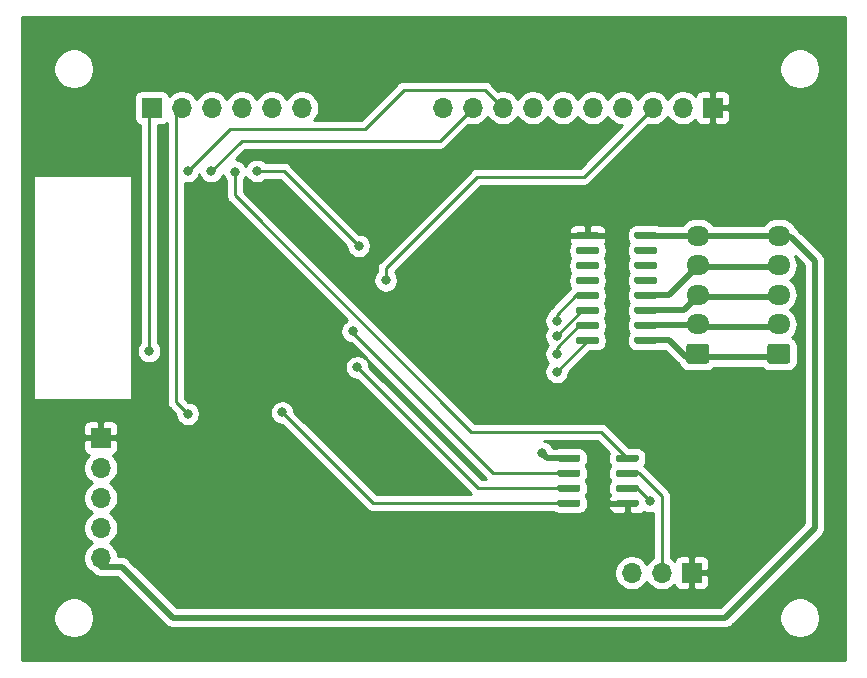
<source format=gbr>
%TF.GenerationSoftware,KiCad,Pcbnew,(5.1.9)-1*%
%TF.CreationDate,2020-12-29T21:02:10-08:00*%
%TF.ProjectId,Autoblind,4175746f-626c-4696-9e64-2e6b69636164,rev?*%
%TF.SameCoordinates,Original*%
%TF.FileFunction,Copper,L2,Bot*%
%TF.FilePolarity,Positive*%
%FSLAX46Y46*%
G04 Gerber Fmt 4.6, Leading zero omitted, Abs format (unit mm)*
G04 Created by KiCad (PCBNEW (5.1.9)-1) date 2020-12-29 21:02:10*
%MOMM*%
%LPD*%
G01*
G04 APERTURE LIST*
%TA.AperFunction,ComponentPad*%
%ADD10O,1.950000X1.700000*%
%TD*%
%TA.AperFunction,ComponentPad*%
%ADD11O,1.700000X1.700000*%
%TD*%
%TA.AperFunction,ComponentPad*%
%ADD12R,1.700000X1.700000*%
%TD*%
%TA.AperFunction,ViaPad*%
%ADD13C,0.800000*%
%TD*%
%TA.AperFunction,Conductor*%
%ADD14C,0.500000*%
%TD*%
%TA.AperFunction,Conductor*%
%ADD15C,0.250000*%
%TD*%
%TA.AperFunction,Conductor*%
%ADD16C,0.254000*%
%TD*%
%TA.AperFunction,Conductor*%
%ADD17C,0.100000*%
%TD*%
G04 APERTURE END LIST*
D10*
%TO.P,J6,5*%
%TO.N,+5V*%
X101346000Y-98458000D03*
%TO.P,J6,4*%
%TO.N,/ORANGE*%
X101346000Y-100958000D03*
%TO.P,J6,3*%
%TO.N,/YELLOW*%
X101346000Y-103458000D03*
%TO.P,J6,2*%
%TO.N,/PINK*%
X101346000Y-105958000D03*
%TO.P,J6,1*%
%TO.N,/BLUE*%
%TA.AperFunction,ComponentPad*%
G36*
G01*
X102071000Y-109308000D02*
X100621000Y-109308000D01*
G75*
G02*
X100371000Y-109058000I0J250000D01*
G01*
X100371000Y-107858000D01*
G75*
G02*
X100621000Y-107608000I250000J0D01*
G01*
X102071000Y-107608000D01*
G75*
G02*
X102321000Y-107858000I0J-250000D01*
G01*
X102321000Y-109058000D01*
G75*
G02*
X102071000Y-109308000I-250000J0D01*
G01*
G37*
%TD.AperFunction*%
%TD*%
%TO.P,J5,5*%
%TO.N,+5V*%
X94488000Y-98458000D03*
%TO.P,J5,4*%
%TO.N,/ORANGE*%
X94488000Y-100958000D03*
%TO.P,J5,3*%
%TO.N,/YELLOW*%
X94488000Y-103458000D03*
%TO.P,J5,2*%
%TO.N,/PINK*%
X94488000Y-105958000D03*
%TO.P,J5,1*%
%TO.N,/BLUE*%
%TA.AperFunction,ComponentPad*%
G36*
G01*
X95213000Y-109308000D02*
X93763000Y-109308000D01*
G75*
G02*
X93513000Y-109058000I0J250000D01*
G01*
X93513000Y-107858000D01*
G75*
G02*
X93763000Y-107608000I250000J0D01*
G01*
X95213000Y-107608000D01*
G75*
G02*
X95463000Y-107858000I0J-250000D01*
G01*
X95463000Y-109058000D01*
G75*
G02*
X95213000Y-109308000I-250000J0D01*
G01*
G37*
%TD.AperFunction*%
%TD*%
%TO.P,U5,8*%
%TO.N,+3V3*%
%TA.AperFunction,SMDPad,CuDef*%
G36*
G01*
X84554999Y-117139999D02*
X84554999Y-117439999D01*
G75*
G02*
X84404999Y-117589999I-150000J0D01*
G01*
X82754999Y-117589999D01*
G75*
G02*
X82604999Y-117439999I0J150000D01*
G01*
X82604999Y-117139999D01*
G75*
G02*
X82754999Y-116989999I150000J0D01*
G01*
X84404999Y-116989999D01*
G75*
G02*
X84554999Y-117139999I0J-150000D01*
G01*
G37*
%TD.AperFunction*%
%TO.P,U5,7*%
%TO.N,/SPICLK*%
%TA.AperFunction,SMDPad,CuDef*%
G36*
G01*
X84554999Y-118409999D02*
X84554999Y-118709999D01*
G75*
G02*
X84404999Y-118859999I-150000J0D01*
G01*
X82754999Y-118859999D01*
G75*
G02*
X82604999Y-118709999I0J150000D01*
G01*
X82604999Y-118409999D01*
G75*
G02*
X82754999Y-118259999I150000J0D01*
G01*
X84404999Y-118259999D01*
G75*
G02*
X84554999Y-118409999I0J-150000D01*
G01*
G37*
%TD.AperFunction*%
%TO.P,U5,6*%
%TO.N,/MISO*%
%TA.AperFunction,SMDPad,CuDef*%
G36*
G01*
X84554999Y-119679999D02*
X84554999Y-119979999D01*
G75*
G02*
X84404999Y-120129999I-150000J0D01*
G01*
X82754999Y-120129999D01*
G75*
G02*
X82604999Y-119979999I0J150000D01*
G01*
X82604999Y-119679999D01*
G75*
G02*
X82754999Y-119529999I150000J0D01*
G01*
X84404999Y-119529999D01*
G75*
G02*
X84554999Y-119679999I0J-150000D01*
G01*
G37*
%TD.AperFunction*%
%TO.P,U5,5*%
%TO.N,/MOSI*%
%TA.AperFunction,SMDPad,CuDef*%
G36*
G01*
X84554999Y-120949999D02*
X84554999Y-121249999D01*
G75*
G02*
X84404999Y-121399999I-150000J0D01*
G01*
X82754999Y-121399999D01*
G75*
G02*
X82604999Y-121249999I0J150000D01*
G01*
X82604999Y-120949999D01*
G75*
G02*
X82754999Y-120799999I150000J0D01*
G01*
X84404999Y-120799999D01*
G75*
G02*
X84554999Y-120949999I0J-150000D01*
G01*
G37*
%TD.AperFunction*%
%TO.P,U5,4*%
%TO.N,GND*%
%TA.AperFunction,SMDPad,CuDef*%
G36*
G01*
X89504999Y-120949999D02*
X89504999Y-121249999D01*
G75*
G02*
X89354999Y-121399999I-150000J0D01*
G01*
X87704999Y-121399999D01*
G75*
G02*
X87554999Y-121249999I0J150000D01*
G01*
X87554999Y-120949999D01*
G75*
G02*
X87704999Y-120799999I150000J0D01*
G01*
X89354999Y-120799999D01*
G75*
G02*
X89504999Y-120949999I0J-150000D01*
G01*
G37*
%TD.AperFunction*%
%TO.P,U5,3*%
%TO.N,/PHOT*%
%TA.AperFunction,SMDPad,CuDef*%
G36*
G01*
X89504999Y-119679999D02*
X89504999Y-119979999D01*
G75*
G02*
X89354999Y-120129999I-150000J0D01*
G01*
X87704999Y-120129999D01*
G75*
G02*
X87554999Y-119979999I0J150000D01*
G01*
X87554999Y-119679999D01*
G75*
G02*
X87704999Y-119529999I150000J0D01*
G01*
X89354999Y-119529999D01*
G75*
G02*
X89504999Y-119679999I0J-150000D01*
G01*
G37*
%TD.AperFunction*%
%TO.P,U5,2*%
%TO.N,/HALL*%
%TA.AperFunction,SMDPad,CuDef*%
G36*
G01*
X89504999Y-118409999D02*
X89504999Y-118709999D01*
G75*
G02*
X89354999Y-118859999I-150000J0D01*
G01*
X87704999Y-118859999D01*
G75*
G02*
X87554999Y-118709999I0J150000D01*
G01*
X87554999Y-118409999D01*
G75*
G02*
X87704999Y-118259999I150000J0D01*
G01*
X89354999Y-118259999D01*
G75*
G02*
X89504999Y-118409999I0J-150000D01*
G01*
G37*
%TD.AperFunction*%
%TO.P,U5,1*%
%TO.N,/CS*%
%TA.AperFunction,SMDPad,CuDef*%
G36*
G01*
X89504999Y-117139999D02*
X89504999Y-117439999D01*
G75*
G02*
X89354999Y-117589999I-150000J0D01*
G01*
X87704999Y-117589999D01*
G75*
G02*
X87554999Y-117439999I0J150000D01*
G01*
X87554999Y-117139999D01*
G75*
G02*
X87704999Y-116989999I150000J0D01*
G01*
X89354999Y-116989999D01*
G75*
G02*
X89504999Y-117139999I0J-150000D01*
G01*
G37*
%TD.AperFunction*%
%TD*%
D11*
%TO.P,J1,5*%
%TO.N,+5V*%
X43942000Y-125730000D03*
%TO.P,J1,4*%
%TO.N,/ID*%
X43942000Y-123190000D03*
%TO.P,J1,3*%
%TO.N,/D+*%
X43942000Y-120650000D03*
%TO.P,J1,2*%
%TO.N,/D-*%
X43942000Y-118110000D03*
D12*
%TO.P,J1,1*%
%TO.N,GND*%
X43942000Y-115570000D03*
%TD*%
%TO.P,U4,16*%
%TO.N,/BLUE*%
%TA.AperFunction,SMDPad,CuDef*%
G36*
G01*
X89130000Y-107465000D02*
X89130000Y-107165000D01*
G75*
G02*
X89280000Y-107015000I150000J0D01*
G01*
X90930000Y-107015000D01*
G75*
G02*
X91080000Y-107165000I0J-150000D01*
G01*
X91080000Y-107465000D01*
G75*
G02*
X90930000Y-107615000I-150000J0D01*
G01*
X89280000Y-107615000D01*
G75*
G02*
X89130000Y-107465000I0J150000D01*
G01*
G37*
%TD.AperFunction*%
%TO.P,U4,15*%
%TO.N,/PINK*%
%TA.AperFunction,SMDPad,CuDef*%
G36*
G01*
X89130000Y-106195000D02*
X89130000Y-105895000D01*
G75*
G02*
X89280000Y-105745000I150000J0D01*
G01*
X90930000Y-105745000D01*
G75*
G02*
X91080000Y-105895000I0J-150000D01*
G01*
X91080000Y-106195000D01*
G75*
G02*
X90930000Y-106345000I-150000J0D01*
G01*
X89280000Y-106345000D01*
G75*
G02*
X89130000Y-106195000I0J150000D01*
G01*
G37*
%TD.AperFunction*%
%TO.P,U4,14*%
%TO.N,/YELLOW*%
%TA.AperFunction,SMDPad,CuDef*%
G36*
G01*
X89130000Y-104925000D02*
X89130000Y-104625000D01*
G75*
G02*
X89280000Y-104475000I150000J0D01*
G01*
X90930000Y-104475000D01*
G75*
G02*
X91080000Y-104625000I0J-150000D01*
G01*
X91080000Y-104925000D01*
G75*
G02*
X90930000Y-105075000I-150000J0D01*
G01*
X89280000Y-105075000D01*
G75*
G02*
X89130000Y-104925000I0J150000D01*
G01*
G37*
%TD.AperFunction*%
%TO.P,U4,13*%
%TO.N,/ORANGE*%
%TA.AperFunction,SMDPad,CuDef*%
G36*
G01*
X89130000Y-103655000D02*
X89130000Y-103355000D01*
G75*
G02*
X89280000Y-103205000I150000J0D01*
G01*
X90930000Y-103205000D01*
G75*
G02*
X91080000Y-103355000I0J-150000D01*
G01*
X91080000Y-103655000D01*
G75*
G02*
X90930000Y-103805000I-150000J0D01*
G01*
X89280000Y-103805000D01*
G75*
G02*
X89130000Y-103655000I0J150000D01*
G01*
G37*
%TD.AperFunction*%
%TO.P,U4,12*%
%TO.N,Net-(U4-Pad12)*%
%TA.AperFunction,SMDPad,CuDef*%
G36*
G01*
X89130000Y-102385000D02*
X89130000Y-102085000D01*
G75*
G02*
X89280000Y-101935000I150000J0D01*
G01*
X90930000Y-101935000D01*
G75*
G02*
X91080000Y-102085000I0J-150000D01*
G01*
X91080000Y-102385000D01*
G75*
G02*
X90930000Y-102535000I-150000J0D01*
G01*
X89280000Y-102535000D01*
G75*
G02*
X89130000Y-102385000I0J150000D01*
G01*
G37*
%TD.AperFunction*%
%TO.P,U4,11*%
%TO.N,Net-(U4-Pad11)*%
%TA.AperFunction,SMDPad,CuDef*%
G36*
G01*
X89130000Y-101115000D02*
X89130000Y-100815000D01*
G75*
G02*
X89280000Y-100665000I150000J0D01*
G01*
X90930000Y-100665000D01*
G75*
G02*
X91080000Y-100815000I0J-150000D01*
G01*
X91080000Y-101115000D01*
G75*
G02*
X90930000Y-101265000I-150000J0D01*
G01*
X89280000Y-101265000D01*
G75*
G02*
X89130000Y-101115000I0J150000D01*
G01*
G37*
%TD.AperFunction*%
%TO.P,U4,10*%
%TO.N,Net-(U4-Pad10)*%
%TA.AperFunction,SMDPad,CuDef*%
G36*
G01*
X89130000Y-99845000D02*
X89130000Y-99545000D01*
G75*
G02*
X89280000Y-99395000I150000J0D01*
G01*
X90930000Y-99395000D01*
G75*
G02*
X91080000Y-99545000I0J-150000D01*
G01*
X91080000Y-99845000D01*
G75*
G02*
X90930000Y-99995000I-150000J0D01*
G01*
X89280000Y-99995000D01*
G75*
G02*
X89130000Y-99845000I0J150000D01*
G01*
G37*
%TD.AperFunction*%
%TO.P,U4,9*%
%TO.N,+5V*%
%TA.AperFunction,SMDPad,CuDef*%
G36*
G01*
X89130000Y-98575000D02*
X89130000Y-98275000D01*
G75*
G02*
X89280000Y-98125000I150000J0D01*
G01*
X90930000Y-98125000D01*
G75*
G02*
X91080000Y-98275000I0J-150000D01*
G01*
X91080000Y-98575000D01*
G75*
G02*
X90930000Y-98725000I-150000J0D01*
G01*
X89280000Y-98725000D01*
G75*
G02*
X89130000Y-98575000I0J150000D01*
G01*
G37*
%TD.AperFunction*%
%TO.P,U4,8*%
%TO.N,GND*%
%TA.AperFunction,SMDPad,CuDef*%
G36*
G01*
X84180000Y-98575000D02*
X84180000Y-98275000D01*
G75*
G02*
X84330000Y-98125000I150000J0D01*
G01*
X85980000Y-98125000D01*
G75*
G02*
X86130000Y-98275000I0J-150000D01*
G01*
X86130000Y-98575000D01*
G75*
G02*
X85980000Y-98725000I-150000J0D01*
G01*
X84330000Y-98725000D01*
G75*
G02*
X84180000Y-98575000I0J150000D01*
G01*
G37*
%TD.AperFunction*%
%TO.P,U4,7*%
%TO.N,Net-(U4-Pad7)*%
%TA.AperFunction,SMDPad,CuDef*%
G36*
G01*
X84180000Y-99845000D02*
X84180000Y-99545000D01*
G75*
G02*
X84330000Y-99395000I150000J0D01*
G01*
X85980000Y-99395000D01*
G75*
G02*
X86130000Y-99545000I0J-150000D01*
G01*
X86130000Y-99845000D01*
G75*
G02*
X85980000Y-99995000I-150000J0D01*
G01*
X84330000Y-99995000D01*
G75*
G02*
X84180000Y-99845000I0J150000D01*
G01*
G37*
%TD.AperFunction*%
%TO.P,U4,6*%
%TO.N,Net-(U4-Pad6)*%
%TA.AperFunction,SMDPad,CuDef*%
G36*
G01*
X84180000Y-101115000D02*
X84180000Y-100815000D01*
G75*
G02*
X84330000Y-100665000I150000J0D01*
G01*
X85980000Y-100665000D01*
G75*
G02*
X86130000Y-100815000I0J-150000D01*
G01*
X86130000Y-101115000D01*
G75*
G02*
X85980000Y-101265000I-150000J0D01*
G01*
X84330000Y-101265000D01*
G75*
G02*
X84180000Y-101115000I0J150000D01*
G01*
G37*
%TD.AperFunction*%
%TO.P,U4,5*%
%TO.N,Net-(U4-Pad5)*%
%TA.AperFunction,SMDPad,CuDef*%
G36*
G01*
X84180000Y-102385000D02*
X84180000Y-102085000D01*
G75*
G02*
X84330000Y-101935000I150000J0D01*
G01*
X85980000Y-101935000D01*
G75*
G02*
X86130000Y-102085000I0J-150000D01*
G01*
X86130000Y-102385000D01*
G75*
G02*
X85980000Y-102535000I-150000J0D01*
G01*
X84330000Y-102535000D01*
G75*
G02*
X84180000Y-102385000I0J150000D01*
G01*
G37*
%TD.AperFunction*%
%TO.P,U4,4*%
%TO.N,/COIL4*%
%TA.AperFunction,SMDPad,CuDef*%
G36*
G01*
X84180000Y-103655000D02*
X84180000Y-103355000D01*
G75*
G02*
X84330000Y-103205000I150000J0D01*
G01*
X85980000Y-103205000D01*
G75*
G02*
X86130000Y-103355000I0J-150000D01*
G01*
X86130000Y-103655000D01*
G75*
G02*
X85980000Y-103805000I-150000J0D01*
G01*
X84330000Y-103805000D01*
G75*
G02*
X84180000Y-103655000I0J150000D01*
G01*
G37*
%TD.AperFunction*%
%TO.P,U4,3*%
%TO.N,/COIL3*%
%TA.AperFunction,SMDPad,CuDef*%
G36*
G01*
X84180000Y-104925000D02*
X84180000Y-104625000D01*
G75*
G02*
X84330000Y-104475000I150000J0D01*
G01*
X85980000Y-104475000D01*
G75*
G02*
X86130000Y-104625000I0J-150000D01*
G01*
X86130000Y-104925000D01*
G75*
G02*
X85980000Y-105075000I-150000J0D01*
G01*
X84330000Y-105075000D01*
G75*
G02*
X84180000Y-104925000I0J150000D01*
G01*
G37*
%TD.AperFunction*%
%TO.P,U4,2*%
%TO.N,/COIL2*%
%TA.AperFunction,SMDPad,CuDef*%
G36*
G01*
X84180000Y-106195000D02*
X84180000Y-105895000D01*
G75*
G02*
X84330000Y-105745000I150000J0D01*
G01*
X85980000Y-105745000D01*
G75*
G02*
X86130000Y-105895000I0J-150000D01*
G01*
X86130000Y-106195000D01*
G75*
G02*
X85980000Y-106345000I-150000J0D01*
G01*
X84330000Y-106345000D01*
G75*
G02*
X84180000Y-106195000I0J150000D01*
G01*
G37*
%TD.AperFunction*%
%TO.P,U4,1*%
%TO.N,/COIL1*%
%TA.AperFunction,SMDPad,CuDef*%
G36*
G01*
X84180000Y-107465000D02*
X84180000Y-107165000D01*
G75*
G02*
X84330000Y-107015000I150000J0D01*
G01*
X85980000Y-107015000D01*
G75*
G02*
X86130000Y-107165000I0J-150000D01*
G01*
X86130000Y-107465000D01*
G75*
G02*
X85980000Y-107615000I-150000J0D01*
G01*
X84330000Y-107615000D01*
G75*
G02*
X84180000Y-107465000I0J150000D01*
G01*
G37*
%TD.AperFunction*%
%TD*%
D11*
%TO.P,J4,3*%
%TO.N,+3V3*%
X88900000Y-127000000D03*
%TO.P,J4,2*%
%TO.N,/HALL*%
X91440000Y-127000000D03*
D12*
%TO.P,J4,1*%
%TO.N,GND*%
X93980000Y-127000000D03*
%TD*%
D11*
%TO.P,J3,10*%
%TO.N,+3V3*%
X72898000Y-87630000D03*
%TO.P,J3,9*%
%TO.N,/SDA*%
X75438000Y-87630000D03*
%TO.P,J3,8*%
%TO.N,/SCL*%
X77978000Y-87630000D03*
%TO.P,J3,7*%
%TO.N,/EIGHT*%
X80518000Y-87630000D03*
%TO.P,J3,6*%
%TO.N,/FOUR*%
X83058000Y-87630000D03*
%TO.P,J3,5*%
%TO.N,/TWO*%
X85598000Y-87630000D03*
%TO.P,J3,4*%
%TO.N,/ONE*%
X88138000Y-87630000D03*
%TO.P,J3,3*%
%TO.N,/BTN*%
X90678000Y-87630000D03*
%TO.P,J3,2*%
%TO.N,/PHOT*%
X93218000Y-87630000D03*
D12*
%TO.P,J3,1*%
%TO.N,GND*%
X95758000Y-87630000D03*
%TD*%
D11*
%TO.P,J2,6*%
%TO.N,/TXD*%
X60960000Y-87630000D03*
%TO.P,J2,5*%
%TO.N,/RXD*%
X58420000Y-87630000D03*
%TO.P,J2,4*%
%TO.N,/BOOT*%
X55880000Y-87630000D03*
%TO.P,J2,3*%
%TO.N,/CS*%
X53340000Y-87630000D03*
%TO.P,J2,2*%
%TO.N,/ENABLE*%
X50800000Y-87630000D03*
D12*
%TO.P,J2,1*%
%TO.N,/RESET*%
X48260000Y-87630000D03*
%TD*%
D13*
%TO.N,GND*%
X81407000Y-99695000D03*
%TO.N,+3V3*%
X81280000Y-116840000D03*
X81280000Y-116840000D03*
%TO.N,/ENABLE*%
X51308000Y-113538000D03*
%TO.N,/SCL*%
X51308000Y-92964000D03*
%TO.N,/SDA*%
X53300000Y-93004000D03*
%TO.N,/CS*%
X55300000Y-93036000D03*
%TO.N,/INT*%
X57150000Y-92964000D03*
X65786000Y-99314000D03*
%TO.N,/MOSI*%
X59300000Y-113420000D03*
%TO.N,/MISO*%
X65659000Y-109601000D03*
%TO.N,/SPICLK*%
X65278000Y-106553000D03*
%TO.N,/RESET*%
X48036000Y-108234000D03*
%TO.N,/PHOT*%
X90424000Y-120904000D03*
%TO.N,/BTN*%
X68072000Y-102235000D03*
%TO.N,/COIL4*%
X82550000Y-105664000D03*
%TO.N,/COIL3*%
X82545340Y-106929340D03*
%TO.N,/COIL2*%
X82550000Y-108458000D03*
%TO.N,/COIL1*%
X82550000Y-109982000D03*
%TD*%
D14*
%TO.N,+5V*%
X101346000Y-98458000D02*
X94488000Y-98458000D01*
X90138000Y-98458000D02*
X90105000Y-98425000D01*
X94488000Y-98458000D02*
X90138000Y-98458000D01*
X101440000Y-98552000D02*
X101346000Y-98458000D01*
X102362000Y-98552000D02*
X101440000Y-98552000D01*
X104394000Y-100584000D02*
X102362000Y-98552000D01*
X104394000Y-123190000D02*
X104394000Y-100584000D01*
X96774000Y-130810000D02*
X104394000Y-123190000D01*
X50038000Y-130810000D02*
X96774000Y-130810000D01*
X45720000Y-126492000D02*
X50038000Y-130810000D01*
X43942000Y-126492000D02*
X45720000Y-126492000D01*
%TO.N,+3V3*%
X81729999Y-117289999D02*
X81280000Y-116840000D01*
X83579999Y-117289999D02*
X81729999Y-117289999D01*
D15*
%TO.N,/ENABLE*%
X50292000Y-88138000D02*
X50800000Y-87630000D01*
X50292000Y-112522000D02*
X50292000Y-88138000D01*
X51308000Y-113538000D02*
X50292000Y-112522000D01*
%TO.N,/SCL*%
X77978000Y-87630000D02*
X76454000Y-86106000D01*
X76454000Y-86106000D02*
X69596000Y-86106000D01*
X69596000Y-86106000D02*
X66294000Y-89408000D01*
X66294000Y-89408000D02*
X54864000Y-89408000D01*
X54864000Y-89408000D02*
X51308000Y-92964000D01*
%TO.N,/SDA*%
X72644000Y-90424000D02*
X75438000Y-87630000D01*
X55880000Y-90424000D02*
X72644000Y-90424000D01*
X53300000Y-93004000D02*
X55880000Y-90424000D01*
%TO.N,/CS*%
X55300000Y-95051000D02*
X55300000Y-93036000D01*
X75311000Y-115062000D02*
X55300000Y-95051000D01*
X86302000Y-115062000D02*
X75311000Y-115062000D01*
X88529999Y-117289999D02*
X86302000Y-115062000D01*
%TO.N,/INT*%
X59436000Y-92964000D02*
X59182000Y-92964000D01*
X65786000Y-99314000D02*
X59436000Y-92964000D01*
X57150000Y-92964000D02*
X59182000Y-92964000D01*
%TO.N,/MOSI*%
X66979999Y-121099999D02*
X83579999Y-121099999D01*
X59300000Y-113420000D02*
X66979999Y-121099999D01*
%TO.N,/MISO*%
X65659000Y-109601000D02*
X65659000Y-109601000D01*
X75887999Y-119829999D02*
X83579999Y-119829999D01*
X65659000Y-109601000D02*
X75887999Y-119829999D01*
%TO.N,/SPICLK*%
X77157999Y-118559999D02*
X78290001Y-118559999D01*
X65400340Y-106802340D02*
X77157999Y-118559999D01*
X78290001Y-118559999D02*
X83579999Y-118559999D01*
X77919999Y-118559999D02*
X78290001Y-118559999D01*
%TO.N,/RESET*%
X48036000Y-87854000D02*
X48260000Y-87630000D01*
X48036000Y-108234000D02*
X48036000Y-87854000D01*
%TO.N,/HALL*%
X91440000Y-120495000D02*
X91440000Y-127000000D01*
X89504999Y-118559999D02*
X91440000Y-120495000D01*
X88529999Y-118559999D02*
X89504999Y-118559999D01*
%TO.N,/PHOT*%
X88529999Y-119829999D02*
X89349999Y-119829999D01*
X89349999Y-119829999D02*
X90424000Y-120904000D01*
X90424000Y-120904000D02*
X90424000Y-120904000D01*
%TO.N,/BTN*%
X68072000Y-102235000D02*
X68072000Y-101219000D01*
X68072000Y-101219000D02*
X75819000Y-93472000D01*
X84836000Y-93472000D02*
X90678000Y-87630000D01*
X75819000Y-93472000D02*
X84836000Y-93472000D01*
D14*
%TO.N,/ORANGE*%
X101164999Y-101139001D02*
X101346000Y-100958000D01*
X94440999Y-101139001D02*
X101164999Y-101139001D01*
X92075000Y-103505000D02*
X94440999Y-101139001D01*
X90105000Y-103505000D02*
X92075000Y-103505000D01*
%TO.N,/YELLOW*%
X101124999Y-103679001D02*
X101346000Y-103458000D01*
X94440999Y-103679001D02*
X101124999Y-103679001D01*
X93345000Y-104775000D02*
X94440999Y-103679001D01*
X90105000Y-104775000D02*
X93345000Y-104775000D01*
%TO.N,/PINK*%
X101084999Y-106219001D02*
X101346000Y-105958000D01*
X94749001Y-106219001D02*
X101084999Y-106219001D01*
X94488000Y-105958000D02*
X94749001Y-106219001D01*
X94401000Y-106045000D02*
X94488000Y-105958000D01*
X90105000Y-106045000D02*
X94401000Y-106045000D01*
%TO.N,/BLUE*%
X101044999Y-108759001D02*
X101346000Y-108458000D01*
X93519001Y-108759001D02*
X101044999Y-108759001D01*
X92075000Y-107315000D02*
X93519001Y-108759001D01*
X90105000Y-107315000D02*
X92075000Y-107315000D01*
D15*
%TO.N,/COIL4*%
X84180000Y-103505000D02*
X82550000Y-105135000D01*
X85155000Y-103505000D02*
X84180000Y-103505000D01*
X82550000Y-105135000D02*
X82550000Y-105664000D01*
X82550000Y-105664000D02*
X82550000Y-105664000D01*
%TO.N,/COIL3*%
X84699680Y-104775000D02*
X85155000Y-104775000D01*
X82545340Y-106929340D02*
X84699680Y-104775000D01*
%TO.N,/COIL2*%
X84455000Y-106045000D02*
X85155000Y-106045000D01*
X82550000Y-108458000D02*
X82550000Y-107950000D01*
X82550000Y-107950000D02*
X84455000Y-106045000D01*
%TO.N,/COIL1*%
X85155000Y-107377000D02*
X85155000Y-107315000D01*
X82550000Y-109982000D02*
X85155000Y-107377000D01*
%TD*%
D16*
%TO.N,GND*%
X106981001Y-134413000D02*
X37291000Y-134413000D01*
X37291000Y-130639117D01*
X39921000Y-130639117D01*
X39921000Y-130980883D01*
X39987675Y-131316081D01*
X40118463Y-131631831D01*
X40308337Y-131915998D01*
X40550002Y-132157663D01*
X40834169Y-132347537D01*
X41149919Y-132478325D01*
X41485117Y-132545000D01*
X41826883Y-132545000D01*
X42162081Y-132478325D01*
X42477831Y-132347537D01*
X42761998Y-132157663D01*
X43003663Y-131915998D01*
X43193537Y-131631831D01*
X43324325Y-131316081D01*
X43391000Y-130980883D01*
X43391000Y-130639117D01*
X43324325Y-130303919D01*
X43193537Y-129988169D01*
X43003663Y-129704002D01*
X42761998Y-129462337D01*
X42477831Y-129272463D01*
X42162081Y-129141675D01*
X41826883Y-129075000D01*
X41485117Y-129075000D01*
X41149919Y-129141675D01*
X40834169Y-129272463D01*
X40550002Y-129462337D01*
X40308337Y-129704002D01*
X40118463Y-129988169D01*
X39987675Y-130303919D01*
X39921000Y-130639117D01*
X37291000Y-130639117D01*
X37291000Y-116420000D01*
X42453928Y-116420000D01*
X42466188Y-116544482D01*
X42502498Y-116664180D01*
X42561463Y-116774494D01*
X42640815Y-116871185D01*
X42737506Y-116950537D01*
X42847820Y-117009502D01*
X42920380Y-117031513D01*
X42788525Y-117163368D01*
X42626010Y-117406589D01*
X42514068Y-117676842D01*
X42457000Y-117963740D01*
X42457000Y-118256260D01*
X42514068Y-118543158D01*
X42626010Y-118813411D01*
X42788525Y-119056632D01*
X42995368Y-119263475D01*
X43169760Y-119380000D01*
X42995368Y-119496525D01*
X42788525Y-119703368D01*
X42626010Y-119946589D01*
X42514068Y-120216842D01*
X42457000Y-120503740D01*
X42457000Y-120796260D01*
X42514068Y-121083158D01*
X42626010Y-121353411D01*
X42788525Y-121596632D01*
X42995368Y-121803475D01*
X43169760Y-121920000D01*
X42995368Y-122036525D01*
X42788525Y-122243368D01*
X42626010Y-122486589D01*
X42514068Y-122756842D01*
X42457000Y-123043740D01*
X42457000Y-123336260D01*
X42514068Y-123623158D01*
X42626010Y-123893411D01*
X42788525Y-124136632D01*
X42995368Y-124343475D01*
X43169760Y-124460000D01*
X42995368Y-124576525D01*
X42788525Y-124783368D01*
X42626010Y-125026589D01*
X42514068Y-125296842D01*
X42457000Y-125583740D01*
X42457000Y-125876260D01*
X42514068Y-126163158D01*
X42626010Y-126433411D01*
X42788525Y-126676632D01*
X42995368Y-126883475D01*
X43238589Y-127045990D01*
X43258564Y-127054264D01*
X43313183Y-127120817D01*
X43447941Y-127231411D01*
X43601687Y-127313589D01*
X43768510Y-127364195D01*
X43898523Y-127377000D01*
X45353422Y-127377000D01*
X49381470Y-131405049D01*
X49409183Y-131438817D01*
X49442951Y-131466530D01*
X49442953Y-131466532D01*
X49514452Y-131525210D01*
X49543941Y-131549411D01*
X49697687Y-131631589D01*
X49864510Y-131682195D01*
X49994523Y-131695000D01*
X49994533Y-131695000D01*
X50037999Y-131699281D01*
X50081465Y-131695000D01*
X96730531Y-131695000D01*
X96774000Y-131699281D01*
X96817469Y-131695000D01*
X96817477Y-131695000D01*
X96947490Y-131682195D01*
X97114313Y-131631589D01*
X97268059Y-131549411D01*
X97402817Y-131438817D01*
X97430534Y-131405044D01*
X98196461Y-130639117D01*
X101389000Y-130639117D01*
X101389000Y-130980883D01*
X101455675Y-131316081D01*
X101586463Y-131631831D01*
X101776337Y-131915998D01*
X102018002Y-132157663D01*
X102302169Y-132347537D01*
X102617919Y-132478325D01*
X102953117Y-132545000D01*
X103294883Y-132545000D01*
X103630081Y-132478325D01*
X103945831Y-132347537D01*
X104229998Y-132157663D01*
X104471663Y-131915998D01*
X104661537Y-131631831D01*
X104792325Y-131316081D01*
X104859000Y-130980883D01*
X104859000Y-130639117D01*
X104792325Y-130303919D01*
X104661537Y-129988169D01*
X104471663Y-129704002D01*
X104229998Y-129462337D01*
X103945831Y-129272463D01*
X103630081Y-129141675D01*
X103294883Y-129075000D01*
X102953117Y-129075000D01*
X102617919Y-129141675D01*
X102302169Y-129272463D01*
X102018002Y-129462337D01*
X101776337Y-129704002D01*
X101586463Y-129988169D01*
X101455675Y-130303919D01*
X101389000Y-130639117D01*
X98196461Y-130639117D01*
X104989051Y-123846528D01*
X105022817Y-123818817D01*
X105133411Y-123684059D01*
X105215589Y-123530313D01*
X105266195Y-123363490D01*
X105279000Y-123233477D01*
X105279000Y-123233467D01*
X105283281Y-123190001D01*
X105279000Y-123146535D01*
X105279000Y-100627469D01*
X105283281Y-100584000D01*
X105279000Y-100540531D01*
X105279000Y-100540523D01*
X105266195Y-100410510D01*
X105262883Y-100399590D01*
X105237954Y-100317413D01*
X105215589Y-100243687D01*
X105133411Y-100089941D01*
X105022817Y-99955183D01*
X104989049Y-99927470D01*
X103018532Y-97956954D01*
X102990817Y-97923183D01*
X102856059Y-97812589D01*
X102791359Y-97778007D01*
X102711706Y-97628986D01*
X102526134Y-97402866D01*
X102300014Y-97217294D01*
X102042034Y-97079401D01*
X101762111Y-96994487D01*
X101543950Y-96973000D01*
X101148050Y-96973000D01*
X100929889Y-96994487D01*
X100649966Y-97079401D01*
X100391986Y-97217294D01*
X100165866Y-97402866D01*
X100026241Y-97573000D01*
X95807759Y-97573000D01*
X95668134Y-97402866D01*
X95442014Y-97217294D01*
X95184034Y-97079401D01*
X94904111Y-96994487D01*
X94685950Y-96973000D01*
X94290050Y-96973000D01*
X94071889Y-96994487D01*
X93791966Y-97079401D01*
X93533986Y-97217294D01*
X93307866Y-97402866D01*
X93168241Y-97573000D01*
X91280381Y-97573000D01*
X91231582Y-97546916D01*
X91083745Y-97502071D01*
X90930000Y-97486928D01*
X89280000Y-97486928D01*
X89126255Y-97502071D01*
X88978418Y-97546916D01*
X88842171Y-97619742D01*
X88722749Y-97717749D01*
X88624742Y-97837171D01*
X88551916Y-97973418D01*
X88507071Y-98121255D01*
X88491928Y-98275000D01*
X88491928Y-98575000D01*
X88507071Y-98728745D01*
X88551916Y-98876582D01*
X88624742Y-99012829D01*
X88663454Y-99060000D01*
X88624742Y-99107171D01*
X88551916Y-99243418D01*
X88507071Y-99391255D01*
X88491928Y-99545000D01*
X88491928Y-99845000D01*
X88507071Y-99998745D01*
X88551916Y-100146582D01*
X88624742Y-100282829D01*
X88663454Y-100330000D01*
X88624742Y-100377171D01*
X88551916Y-100513418D01*
X88507071Y-100661255D01*
X88491928Y-100815000D01*
X88491928Y-101115000D01*
X88507071Y-101268745D01*
X88551916Y-101416582D01*
X88624742Y-101552829D01*
X88663454Y-101600000D01*
X88624742Y-101647171D01*
X88551916Y-101783418D01*
X88507071Y-101931255D01*
X88491928Y-102085000D01*
X88491928Y-102385000D01*
X88507071Y-102538745D01*
X88551916Y-102686582D01*
X88624742Y-102822829D01*
X88663454Y-102870000D01*
X88624742Y-102917171D01*
X88551916Y-103053418D01*
X88507071Y-103201255D01*
X88491928Y-103355000D01*
X88491928Y-103655000D01*
X88507071Y-103808745D01*
X88551916Y-103956582D01*
X88624742Y-104092829D01*
X88663454Y-104140000D01*
X88624742Y-104187171D01*
X88551916Y-104323418D01*
X88507071Y-104471255D01*
X88491928Y-104625000D01*
X88491928Y-104925000D01*
X88507071Y-105078745D01*
X88551916Y-105226582D01*
X88624742Y-105362829D01*
X88663454Y-105410000D01*
X88624742Y-105457171D01*
X88551916Y-105593418D01*
X88507071Y-105741255D01*
X88491928Y-105895000D01*
X88491928Y-106195000D01*
X88507071Y-106348745D01*
X88551916Y-106496582D01*
X88624742Y-106632829D01*
X88663454Y-106680000D01*
X88624742Y-106727171D01*
X88551916Y-106863418D01*
X88507071Y-107011255D01*
X88491928Y-107165000D01*
X88491928Y-107465000D01*
X88507071Y-107618745D01*
X88551916Y-107766582D01*
X88624742Y-107902829D01*
X88722749Y-108022251D01*
X88842171Y-108120258D01*
X88978418Y-108193084D01*
X89126255Y-108237929D01*
X89280000Y-108253072D01*
X90930000Y-108253072D01*
X91083745Y-108237929D01*
X91208783Y-108200000D01*
X91708422Y-108200000D01*
X92862471Y-109354050D01*
X92890184Y-109387818D01*
X92923952Y-109415531D01*
X92923954Y-109415533D01*
X92973881Y-109456507D01*
X93024595Y-109551386D01*
X93135038Y-109685962D01*
X93269614Y-109796405D01*
X93423150Y-109878472D01*
X93589746Y-109929008D01*
X93763000Y-109946072D01*
X95213000Y-109946072D01*
X95386254Y-109929008D01*
X95552850Y-109878472D01*
X95706386Y-109796405D01*
X95840962Y-109685962D01*
X95875398Y-109644001D01*
X99958602Y-109644001D01*
X99993038Y-109685962D01*
X100127614Y-109796405D01*
X100281150Y-109878472D01*
X100447746Y-109929008D01*
X100621000Y-109946072D01*
X102071000Y-109946072D01*
X102244254Y-109929008D01*
X102410850Y-109878472D01*
X102564386Y-109796405D01*
X102698962Y-109685962D01*
X102809405Y-109551386D01*
X102891472Y-109397850D01*
X102942008Y-109231254D01*
X102959072Y-109058000D01*
X102959072Y-107858000D01*
X102942008Y-107684746D01*
X102891472Y-107518150D01*
X102809405Y-107364614D01*
X102698962Y-107230038D01*
X102564386Y-107119595D01*
X102462663Y-107065223D01*
X102526134Y-107013134D01*
X102711706Y-106787014D01*
X102849599Y-106529034D01*
X102934513Y-106249111D01*
X102963185Y-105958000D01*
X102934513Y-105666889D01*
X102849599Y-105386966D01*
X102711706Y-105128986D01*
X102526134Y-104902866D01*
X102300014Y-104717294D01*
X102282626Y-104708000D01*
X102300014Y-104698706D01*
X102526134Y-104513134D01*
X102711706Y-104287014D01*
X102849599Y-104029034D01*
X102934513Y-103749111D01*
X102963185Y-103458000D01*
X102934513Y-103166889D01*
X102849599Y-102886966D01*
X102711706Y-102628986D01*
X102526134Y-102402866D01*
X102300014Y-102217294D01*
X102282626Y-102208000D01*
X102300014Y-102198706D01*
X102526134Y-102013134D01*
X102711706Y-101787014D01*
X102849599Y-101529034D01*
X102934513Y-101249111D01*
X102963185Y-100958000D01*
X102934513Y-100666889D01*
X102849599Y-100386966D01*
X102739607Y-100181186D01*
X103509001Y-100950580D01*
X103509000Y-122823421D01*
X96407422Y-129925000D01*
X50404579Y-129925000D01*
X46376534Y-125896956D01*
X46348817Y-125863183D01*
X46214059Y-125752589D01*
X46060313Y-125670411D01*
X45893490Y-125619805D01*
X45763477Y-125607000D01*
X45763469Y-125607000D01*
X45720000Y-125602719D01*
X45676531Y-125607000D01*
X45427000Y-125607000D01*
X45427000Y-125583740D01*
X45369932Y-125296842D01*
X45257990Y-125026589D01*
X45095475Y-124783368D01*
X44888632Y-124576525D01*
X44714240Y-124460000D01*
X44888632Y-124343475D01*
X45095475Y-124136632D01*
X45257990Y-123893411D01*
X45369932Y-123623158D01*
X45427000Y-123336260D01*
X45427000Y-123043740D01*
X45369932Y-122756842D01*
X45257990Y-122486589D01*
X45095475Y-122243368D01*
X44888632Y-122036525D01*
X44714240Y-121920000D01*
X44888632Y-121803475D01*
X45095475Y-121596632D01*
X45257990Y-121353411D01*
X45369932Y-121083158D01*
X45427000Y-120796260D01*
X45427000Y-120503740D01*
X45369932Y-120216842D01*
X45257990Y-119946589D01*
X45095475Y-119703368D01*
X44888632Y-119496525D01*
X44714240Y-119380000D01*
X44888632Y-119263475D01*
X45095475Y-119056632D01*
X45257990Y-118813411D01*
X45369932Y-118543158D01*
X45427000Y-118256260D01*
X45427000Y-117963740D01*
X45369932Y-117676842D01*
X45257990Y-117406589D01*
X45095475Y-117163368D01*
X44963620Y-117031513D01*
X45036180Y-117009502D01*
X45146494Y-116950537D01*
X45243185Y-116871185D01*
X45322537Y-116774494D01*
X45381502Y-116664180D01*
X45417812Y-116544482D01*
X45430072Y-116420000D01*
X45427000Y-115855750D01*
X45268250Y-115697000D01*
X44069000Y-115697000D01*
X44069000Y-115717000D01*
X43815000Y-115717000D01*
X43815000Y-115697000D01*
X42615750Y-115697000D01*
X42457000Y-115855750D01*
X42453928Y-116420000D01*
X37291000Y-116420000D01*
X37291000Y-114720000D01*
X42453928Y-114720000D01*
X42457000Y-115284250D01*
X42615750Y-115443000D01*
X43815000Y-115443000D01*
X43815000Y-114243750D01*
X44069000Y-114243750D01*
X44069000Y-115443000D01*
X45268250Y-115443000D01*
X45427000Y-115284250D01*
X45430072Y-114720000D01*
X45417812Y-114595518D01*
X45381502Y-114475820D01*
X45322537Y-114365506D01*
X45243185Y-114268815D01*
X45146494Y-114189463D01*
X45036180Y-114130498D01*
X44916482Y-114094188D01*
X44792000Y-114081928D01*
X44227750Y-114085000D01*
X44069000Y-114243750D01*
X43815000Y-114243750D01*
X43656250Y-114085000D01*
X43092000Y-114081928D01*
X42967518Y-114094188D01*
X42847820Y-114130498D01*
X42737506Y-114189463D01*
X42640815Y-114268815D01*
X42561463Y-114365506D01*
X42502498Y-114475820D01*
X42466188Y-114595518D01*
X42453928Y-114720000D01*
X37291000Y-114720000D01*
X37291000Y-93472000D01*
X38227000Y-93472000D01*
X38227000Y-112268000D01*
X38229440Y-112292776D01*
X38236667Y-112316601D01*
X38248403Y-112338557D01*
X38264197Y-112357803D01*
X38283443Y-112373597D01*
X38305399Y-112385333D01*
X38329224Y-112392560D01*
X38354000Y-112395000D01*
X46482000Y-112395000D01*
X46506776Y-112392560D01*
X46530601Y-112385333D01*
X46552557Y-112373597D01*
X46571803Y-112357803D01*
X46587597Y-112338557D01*
X46599333Y-112316601D01*
X46606560Y-112292776D01*
X46609000Y-112268000D01*
X46609000Y-93472000D01*
X46606560Y-93447224D01*
X46599333Y-93423399D01*
X46587597Y-93401443D01*
X46571803Y-93382197D01*
X46552557Y-93366403D01*
X46530601Y-93354667D01*
X46506776Y-93347440D01*
X46482000Y-93345000D01*
X38354000Y-93345000D01*
X38329224Y-93347440D01*
X38305399Y-93354667D01*
X38283443Y-93366403D01*
X38264197Y-93382197D01*
X38248403Y-93401443D01*
X38236667Y-93423399D01*
X38229440Y-93447224D01*
X38227000Y-93472000D01*
X37291000Y-93472000D01*
X37291000Y-86780000D01*
X46771928Y-86780000D01*
X46771928Y-88480000D01*
X46784188Y-88604482D01*
X46820498Y-88724180D01*
X46879463Y-88834494D01*
X46958815Y-88931185D01*
X47055506Y-89010537D01*
X47165820Y-89069502D01*
X47276001Y-89102925D01*
X47276000Y-107530289D01*
X47232063Y-107574226D01*
X47118795Y-107743744D01*
X47040774Y-107932102D01*
X47001000Y-108132061D01*
X47001000Y-108335939D01*
X47040774Y-108535898D01*
X47118795Y-108724256D01*
X47232063Y-108893774D01*
X47376226Y-109037937D01*
X47545744Y-109151205D01*
X47734102Y-109229226D01*
X47934061Y-109269000D01*
X48137939Y-109269000D01*
X48337898Y-109229226D01*
X48526256Y-109151205D01*
X48695774Y-109037937D01*
X48839937Y-108893774D01*
X48953205Y-108724256D01*
X49031226Y-108535898D01*
X49071000Y-108335939D01*
X49071000Y-108132061D01*
X49031226Y-107932102D01*
X48953205Y-107743744D01*
X48839937Y-107574226D01*
X48796000Y-107530289D01*
X48796000Y-89118072D01*
X49110000Y-89118072D01*
X49234482Y-89105812D01*
X49354180Y-89069502D01*
X49464494Y-89010537D01*
X49532001Y-88955136D01*
X49532000Y-112484678D01*
X49528324Y-112522000D01*
X49532000Y-112559322D01*
X49532000Y-112559332D01*
X49542997Y-112670985D01*
X49586454Y-112814246D01*
X49657026Y-112946276D01*
X49696871Y-112994826D01*
X49751999Y-113062001D01*
X49781002Y-113085804D01*
X50273000Y-113577802D01*
X50273000Y-113639939D01*
X50312774Y-113839898D01*
X50390795Y-114028256D01*
X50504063Y-114197774D01*
X50648226Y-114341937D01*
X50817744Y-114455205D01*
X51006102Y-114533226D01*
X51206061Y-114573000D01*
X51409939Y-114573000D01*
X51609898Y-114533226D01*
X51798256Y-114455205D01*
X51967774Y-114341937D01*
X52111937Y-114197774D01*
X52225205Y-114028256D01*
X52303226Y-113839898D01*
X52343000Y-113639939D01*
X52343000Y-113436061D01*
X52303226Y-113236102D01*
X52225205Y-113047744D01*
X52111937Y-112878226D01*
X51967774Y-112734063D01*
X51798256Y-112620795D01*
X51609898Y-112542774D01*
X51409939Y-112503000D01*
X51347802Y-112503000D01*
X51052000Y-112207199D01*
X51052000Y-93968356D01*
X51206061Y-93999000D01*
X51409939Y-93999000D01*
X51609898Y-93959226D01*
X51798256Y-93881205D01*
X51967774Y-93767937D01*
X52111937Y-93623774D01*
X52225205Y-93454256D01*
X52298897Y-93276350D01*
X52304774Y-93305898D01*
X52382795Y-93494256D01*
X52496063Y-93663774D01*
X52640226Y-93807937D01*
X52809744Y-93921205D01*
X52998102Y-93999226D01*
X53198061Y-94039000D01*
X53401939Y-94039000D01*
X53601898Y-93999226D01*
X53790256Y-93921205D01*
X53959774Y-93807937D01*
X54103937Y-93663774D01*
X54217205Y-93494256D01*
X54295226Y-93305898D01*
X54296817Y-93297897D01*
X54304774Y-93337898D01*
X54382795Y-93526256D01*
X54496063Y-93695774D01*
X54540001Y-93739712D01*
X54540000Y-95013677D01*
X54536324Y-95051000D01*
X54540000Y-95088322D01*
X54540000Y-95088332D01*
X54550997Y-95199985D01*
X54594454Y-95343246D01*
X54665026Y-95475276D01*
X54704871Y-95523826D01*
X54759999Y-95591001D01*
X54789003Y-95614804D01*
X64803477Y-105629278D01*
X64787744Y-105635795D01*
X64618226Y-105749063D01*
X64474063Y-105893226D01*
X64360795Y-106062744D01*
X64282774Y-106251102D01*
X64243000Y-106451061D01*
X64243000Y-106654939D01*
X64282774Y-106854898D01*
X64360795Y-107043256D01*
X64474063Y-107212774D01*
X64618226Y-107356937D01*
X64787744Y-107470205D01*
X64976102Y-107548226D01*
X65095094Y-107571895D01*
X76593197Y-119069999D01*
X76202801Y-119069999D01*
X66694000Y-109561199D01*
X66694000Y-109499061D01*
X66654226Y-109299102D01*
X66576205Y-109110744D01*
X66462937Y-108941226D01*
X66318774Y-108797063D01*
X66149256Y-108683795D01*
X65960898Y-108605774D01*
X65760939Y-108566000D01*
X65557061Y-108566000D01*
X65357102Y-108605774D01*
X65168744Y-108683795D01*
X64999226Y-108797063D01*
X64855063Y-108941226D01*
X64741795Y-109110744D01*
X64663774Y-109299102D01*
X64624000Y-109499061D01*
X64624000Y-109702939D01*
X64663774Y-109902898D01*
X64741795Y-110091256D01*
X64855063Y-110260774D01*
X64999226Y-110404937D01*
X65168744Y-110518205D01*
X65357102Y-110596226D01*
X65557061Y-110636000D01*
X65619199Y-110636000D01*
X75323197Y-120339999D01*
X67294801Y-120339999D01*
X60335000Y-113380199D01*
X60335000Y-113318061D01*
X60295226Y-113118102D01*
X60217205Y-112929744D01*
X60103937Y-112760226D01*
X59959774Y-112616063D01*
X59790256Y-112502795D01*
X59601898Y-112424774D01*
X59401939Y-112385000D01*
X59198061Y-112385000D01*
X58998102Y-112424774D01*
X58809744Y-112502795D01*
X58640226Y-112616063D01*
X58496063Y-112760226D01*
X58382795Y-112929744D01*
X58304774Y-113118102D01*
X58265000Y-113318061D01*
X58265000Y-113521939D01*
X58304774Y-113721898D01*
X58382795Y-113910256D01*
X58496063Y-114079774D01*
X58640226Y-114223937D01*
X58809744Y-114337205D01*
X58998102Y-114415226D01*
X59198061Y-114455000D01*
X59260199Y-114455000D01*
X66416200Y-121611002D01*
X66439998Y-121640000D01*
X66555723Y-121734973D01*
X66687752Y-121805545D01*
X66831013Y-121849002D01*
X66942666Y-121859999D01*
X66942674Y-121859999D01*
X66979999Y-121863675D01*
X67017324Y-121859999D01*
X82262023Y-121859999D01*
X82317170Y-121905257D01*
X82453417Y-121978083D01*
X82601254Y-122022928D01*
X82754999Y-122038071D01*
X84404999Y-122038071D01*
X84558744Y-122022928D01*
X84706581Y-121978083D01*
X84842828Y-121905257D01*
X84962250Y-121807250D01*
X85060257Y-121687828D01*
X85133083Y-121551581D01*
X85177928Y-121403744D01*
X85178296Y-121399999D01*
X86916927Y-121399999D01*
X86929187Y-121524481D01*
X86965497Y-121644179D01*
X87024462Y-121754493D01*
X87103814Y-121851184D01*
X87200505Y-121930536D01*
X87310819Y-121989501D01*
X87430517Y-122025811D01*
X87554999Y-122038071D01*
X88244249Y-122034999D01*
X88402999Y-121876249D01*
X88402999Y-121226999D01*
X87078749Y-121226999D01*
X86919999Y-121385749D01*
X86916927Y-121399999D01*
X85178296Y-121399999D01*
X85193071Y-121249999D01*
X85193071Y-120949999D01*
X85177928Y-120796254D01*
X85133083Y-120648417D01*
X85060257Y-120512170D01*
X85021545Y-120464999D01*
X85060257Y-120417828D01*
X85133083Y-120281581D01*
X85177928Y-120133744D01*
X85193071Y-119979999D01*
X85193071Y-119679999D01*
X85177928Y-119526254D01*
X85133083Y-119378417D01*
X85060257Y-119242170D01*
X85021545Y-119194999D01*
X85060257Y-119147828D01*
X85133083Y-119011581D01*
X85177928Y-118863744D01*
X85193071Y-118709999D01*
X85193071Y-118409999D01*
X85177928Y-118256254D01*
X85133083Y-118108417D01*
X85060257Y-117972170D01*
X85021545Y-117924999D01*
X85060257Y-117877828D01*
X85133083Y-117741581D01*
X85177928Y-117593744D01*
X85193071Y-117439999D01*
X85193071Y-117139999D01*
X85177928Y-116986254D01*
X85133083Y-116838417D01*
X85060257Y-116702170D01*
X84962250Y-116582748D01*
X84842828Y-116484741D01*
X84706581Y-116411915D01*
X84558744Y-116367070D01*
X84404999Y-116351927D01*
X82754999Y-116351927D01*
X82601254Y-116367070D01*
X82476216Y-116404999D01*
X82220093Y-116404999D01*
X82197205Y-116349744D01*
X82083937Y-116180226D01*
X81939774Y-116036063D01*
X81770256Y-115922795D01*
X81581898Y-115844774D01*
X81467404Y-115822000D01*
X85987199Y-115822000D01*
X86986215Y-116821017D01*
X86976915Y-116838417D01*
X86932070Y-116986254D01*
X86916927Y-117139999D01*
X86916927Y-117439999D01*
X86932070Y-117593744D01*
X86976915Y-117741581D01*
X87049741Y-117877828D01*
X87088453Y-117924999D01*
X87049741Y-117972170D01*
X86976915Y-118108417D01*
X86932070Y-118256254D01*
X86916927Y-118409999D01*
X86916927Y-118709999D01*
X86932070Y-118863744D01*
X86976915Y-119011581D01*
X87049741Y-119147828D01*
X87088453Y-119194999D01*
X87049741Y-119242170D01*
X86976915Y-119378417D01*
X86932070Y-119526254D01*
X86916927Y-119679999D01*
X86916927Y-119979999D01*
X86932070Y-120133744D01*
X86976915Y-120281581D01*
X87048729Y-120415935D01*
X87024462Y-120445505D01*
X86965497Y-120555819D01*
X86929187Y-120675517D01*
X86916927Y-120799999D01*
X86919999Y-120814249D01*
X87078749Y-120972999D01*
X88402999Y-120972999D01*
X88402999Y-120952999D01*
X88656999Y-120952999D01*
X88656999Y-120972999D01*
X88676999Y-120972999D01*
X88676999Y-121226999D01*
X88656999Y-121226999D01*
X88656999Y-121876249D01*
X88815749Y-122034999D01*
X89504999Y-122038071D01*
X89629481Y-122025811D01*
X89749179Y-121989501D01*
X89859493Y-121930536D01*
X89956184Y-121851184D01*
X89968852Y-121835747D01*
X90122102Y-121899226D01*
X90322061Y-121939000D01*
X90525939Y-121939000D01*
X90680000Y-121908356D01*
X90680001Y-125721821D01*
X90493368Y-125846525D01*
X90286525Y-126053368D01*
X90170000Y-126227760D01*
X90053475Y-126053368D01*
X89846632Y-125846525D01*
X89603411Y-125684010D01*
X89333158Y-125572068D01*
X89046260Y-125515000D01*
X88753740Y-125515000D01*
X88466842Y-125572068D01*
X88196589Y-125684010D01*
X87953368Y-125846525D01*
X87746525Y-126053368D01*
X87584010Y-126296589D01*
X87472068Y-126566842D01*
X87415000Y-126853740D01*
X87415000Y-127146260D01*
X87472068Y-127433158D01*
X87584010Y-127703411D01*
X87746525Y-127946632D01*
X87953368Y-128153475D01*
X88196589Y-128315990D01*
X88466842Y-128427932D01*
X88753740Y-128485000D01*
X89046260Y-128485000D01*
X89333158Y-128427932D01*
X89603411Y-128315990D01*
X89846632Y-128153475D01*
X90053475Y-127946632D01*
X90170000Y-127772240D01*
X90286525Y-127946632D01*
X90493368Y-128153475D01*
X90736589Y-128315990D01*
X91006842Y-128427932D01*
X91293740Y-128485000D01*
X91586260Y-128485000D01*
X91873158Y-128427932D01*
X92143411Y-128315990D01*
X92386632Y-128153475D01*
X92518487Y-128021620D01*
X92540498Y-128094180D01*
X92599463Y-128204494D01*
X92678815Y-128301185D01*
X92775506Y-128380537D01*
X92885820Y-128439502D01*
X93005518Y-128475812D01*
X93130000Y-128488072D01*
X93694250Y-128485000D01*
X93853000Y-128326250D01*
X93853000Y-127127000D01*
X94107000Y-127127000D01*
X94107000Y-128326250D01*
X94265750Y-128485000D01*
X94830000Y-128488072D01*
X94954482Y-128475812D01*
X95074180Y-128439502D01*
X95184494Y-128380537D01*
X95281185Y-128301185D01*
X95360537Y-128204494D01*
X95419502Y-128094180D01*
X95455812Y-127974482D01*
X95468072Y-127850000D01*
X95465000Y-127285750D01*
X95306250Y-127127000D01*
X94107000Y-127127000D01*
X93853000Y-127127000D01*
X93833000Y-127127000D01*
X93833000Y-126873000D01*
X93853000Y-126873000D01*
X93853000Y-125673750D01*
X94107000Y-125673750D01*
X94107000Y-126873000D01*
X95306250Y-126873000D01*
X95465000Y-126714250D01*
X95468072Y-126150000D01*
X95455812Y-126025518D01*
X95419502Y-125905820D01*
X95360537Y-125795506D01*
X95281185Y-125698815D01*
X95184494Y-125619463D01*
X95074180Y-125560498D01*
X94954482Y-125524188D01*
X94830000Y-125511928D01*
X94265750Y-125515000D01*
X94107000Y-125673750D01*
X93853000Y-125673750D01*
X93694250Y-125515000D01*
X93130000Y-125511928D01*
X93005518Y-125524188D01*
X92885820Y-125560498D01*
X92775506Y-125619463D01*
X92678815Y-125698815D01*
X92599463Y-125795506D01*
X92540498Y-125905820D01*
X92518487Y-125978380D01*
X92386632Y-125846525D01*
X92200000Y-125721822D01*
X92200000Y-120532325D01*
X92203676Y-120495000D01*
X92200000Y-120457675D01*
X92200000Y-120457667D01*
X92189003Y-120346014D01*
X92145546Y-120202753D01*
X92074974Y-120070724D01*
X91980001Y-119954999D01*
X91951004Y-119931202D01*
X90068803Y-118049002D01*
X90045000Y-118019998D01*
X90028649Y-118006579D01*
X90010257Y-117972170D01*
X89971545Y-117924999D01*
X90010257Y-117877828D01*
X90083083Y-117741581D01*
X90127928Y-117593744D01*
X90143071Y-117439999D01*
X90143071Y-117139999D01*
X90127928Y-116986254D01*
X90083083Y-116838417D01*
X90010257Y-116702170D01*
X89912250Y-116582748D01*
X89792828Y-116484741D01*
X89656581Y-116411915D01*
X89508744Y-116367070D01*
X89354999Y-116351927D01*
X88666730Y-116351927D01*
X86865804Y-114551002D01*
X86842001Y-114521999D01*
X86726276Y-114427026D01*
X86594247Y-114356454D01*
X86450986Y-114312997D01*
X86339333Y-114302000D01*
X86339322Y-114302000D01*
X86302000Y-114298324D01*
X86264678Y-114302000D01*
X75625802Y-114302000D01*
X68151203Y-106827401D01*
X81510340Y-106827401D01*
X81510340Y-107031279D01*
X81550114Y-107231238D01*
X81628135Y-107419596D01*
X81741403Y-107589114D01*
X81836445Y-107684156D01*
X81826131Y-107718158D01*
X81746063Y-107798226D01*
X81632795Y-107967744D01*
X81554774Y-108156102D01*
X81515000Y-108356061D01*
X81515000Y-108559939D01*
X81554774Y-108759898D01*
X81632795Y-108948256D01*
X81746063Y-109117774D01*
X81848289Y-109220000D01*
X81746063Y-109322226D01*
X81632795Y-109491744D01*
X81554774Y-109680102D01*
X81515000Y-109880061D01*
X81515000Y-110083939D01*
X81554774Y-110283898D01*
X81632795Y-110472256D01*
X81746063Y-110641774D01*
X81890226Y-110785937D01*
X82059744Y-110899205D01*
X82248102Y-110977226D01*
X82448061Y-111017000D01*
X82651939Y-111017000D01*
X82851898Y-110977226D01*
X83040256Y-110899205D01*
X83209774Y-110785937D01*
X83353937Y-110641774D01*
X83467205Y-110472256D01*
X83545226Y-110283898D01*
X83585000Y-110083939D01*
X83585000Y-110021801D01*
X85353730Y-108253072D01*
X85980000Y-108253072D01*
X86133745Y-108237929D01*
X86281582Y-108193084D01*
X86417829Y-108120258D01*
X86537251Y-108022251D01*
X86635258Y-107902829D01*
X86708084Y-107766582D01*
X86752929Y-107618745D01*
X86768072Y-107465000D01*
X86768072Y-107165000D01*
X86752929Y-107011255D01*
X86708084Y-106863418D01*
X86635258Y-106727171D01*
X86596546Y-106680000D01*
X86635258Y-106632829D01*
X86708084Y-106496582D01*
X86752929Y-106348745D01*
X86768072Y-106195000D01*
X86768072Y-105895000D01*
X86752929Y-105741255D01*
X86708084Y-105593418D01*
X86635258Y-105457171D01*
X86596546Y-105410000D01*
X86635258Y-105362829D01*
X86708084Y-105226582D01*
X86752929Y-105078745D01*
X86768072Y-104925000D01*
X86768072Y-104625000D01*
X86752929Y-104471255D01*
X86708084Y-104323418D01*
X86635258Y-104187171D01*
X86596546Y-104140000D01*
X86635258Y-104092829D01*
X86708084Y-103956582D01*
X86752929Y-103808745D01*
X86768072Y-103655000D01*
X86768072Y-103355000D01*
X86752929Y-103201255D01*
X86708084Y-103053418D01*
X86635258Y-102917171D01*
X86596546Y-102870000D01*
X86635258Y-102822829D01*
X86708084Y-102686582D01*
X86752929Y-102538745D01*
X86768072Y-102385000D01*
X86768072Y-102085000D01*
X86752929Y-101931255D01*
X86708084Y-101783418D01*
X86635258Y-101647171D01*
X86596546Y-101600000D01*
X86635258Y-101552829D01*
X86708084Y-101416582D01*
X86752929Y-101268745D01*
X86768072Y-101115000D01*
X86768072Y-100815000D01*
X86752929Y-100661255D01*
X86708084Y-100513418D01*
X86635258Y-100377171D01*
X86596546Y-100330000D01*
X86635258Y-100282829D01*
X86708084Y-100146582D01*
X86752929Y-99998745D01*
X86768072Y-99845000D01*
X86768072Y-99545000D01*
X86752929Y-99391255D01*
X86708084Y-99243418D01*
X86636270Y-99109064D01*
X86660537Y-99079494D01*
X86719502Y-98969180D01*
X86755812Y-98849482D01*
X86768072Y-98725000D01*
X86765000Y-98710750D01*
X86606250Y-98552000D01*
X85282000Y-98552000D01*
X85282000Y-98572000D01*
X85028000Y-98572000D01*
X85028000Y-98552000D01*
X83703750Y-98552000D01*
X83545000Y-98710750D01*
X83541928Y-98725000D01*
X83554188Y-98849482D01*
X83590498Y-98969180D01*
X83649463Y-99079494D01*
X83673730Y-99109064D01*
X83601916Y-99243418D01*
X83557071Y-99391255D01*
X83541928Y-99545000D01*
X83541928Y-99845000D01*
X83557071Y-99998745D01*
X83601916Y-100146582D01*
X83674742Y-100282829D01*
X83713454Y-100330000D01*
X83674742Y-100377171D01*
X83601916Y-100513418D01*
X83557071Y-100661255D01*
X83541928Y-100815000D01*
X83541928Y-101115000D01*
X83557071Y-101268745D01*
X83601916Y-101416582D01*
X83674742Y-101552829D01*
X83713454Y-101600000D01*
X83674742Y-101647171D01*
X83601916Y-101783418D01*
X83557071Y-101931255D01*
X83541928Y-102085000D01*
X83541928Y-102385000D01*
X83557071Y-102538745D01*
X83601916Y-102686582D01*
X83674742Y-102822829D01*
X83713454Y-102870000D01*
X83674742Y-102917171D01*
X83656350Y-102951580D01*
X83639999Y-102964999D01*
X83616201Y-102993997D01*
X82039003Y-104571196D01*
X82009999Y-104594999D01*
X81954871Y-104662174D01*
X81915026Y-104710724D01*
X81895746Y-104746795D01*
X81844454Y-104842754D01*
X81816987Y-104933302D01*
X81746063Y-105004226D01*
X81632795Y-105173744D01*
X81554774Y-105362102D01*
X81515000Y-105562061D01*
X81515000Y-105765939D01*
X81554774Y-105965898D01*
X81632795Y-106154256D01*
X81725623Y-106293183D01*
X81628135Y-106439084D01*
X81550114Y-106627442D01*
X81510340Y-106827401D01*
X68151203Y-106827401D01*
X56060000Y-94736199D01*
X56060000Y-93739711D01*
X56103937Y-93695774D01*
X56217205Y-93526256D01*
X56241582Y-93467406D01*
X56346063Y-93623774D01*
X56490226Y-93767937D01*
X56659744Y-93881205D01*
X56848102Y-93959226D01*
X57048061Y-93999000D01*
X57251939Y-93999000D01*
X57451898Y-93959226D01*
X57640256Y-93881205D01*
X57809774Y-93767937D01*
X57853711Y-93724000D01*
X59121199Y-93724000D01*
X64751000Y-99353802D01*
X64751000Y-99415939D01*
X64790774Y-99615898D01*
X64868795Y-99804256D01*
X64982063Y-99973774D01*
X65126226Y-100117937D01*
X65295744Y-100231205D01*
X65484102Y-100309226D01*
X65684061Y-100349000D01*
X65887939Y-100349000D01*
X66087898Y-100309226D01*
X66276256Y-100231205D01*
X66445774Y-100117937D01*
X66589937Y-99973774D01*
X66703205Y-99804256D01*
X66781226Y-99615898D01*
X66821000Y-99415939D01*
X66821000Y-99212061D01*
X66781226Y-99012102D01*
X66703205Y-98823744D01*
X66589937Y-98654226D01*
X66445774Y-98510063D01*
X66276256Y-98396795D01*
X66087898Y-98318774D01*
X65887939Y-98279000D01*
X65825802Y-98279000D01*
X59999804Y-92453003D01*
X59976001Y-92423999D01*
X59860276Y-92329026D01*
X59728247Y-92258454D01*
X59584986Y-92214997D01*
X59473333Y-92204000D01*
X59473322Y-92204000D01*
X59436000Y-92200324D01*
X59398678Y-92204000D01*
X57853711Y-92204000D01*
X57809774Y-92160063D01*
X57640256Y-92046795D01*
X57451898Y-91968774D01*
X57251939Y-91929000D01*
X57048061Y-91929000D01*
X56848102Y-91968774D01*
X56659744Y-92046795D01*
X56490226Y-92160063D01*
X56346063Y-92304226D01*
X56232795Y-92473744D01*
X56208418Y-92532594D01*
X56103937Y-92376226D01*
X55959774Y-92232063D01*
X55790256Y-92118795D01*
X55601898Y-92040774D01*
X55401939Y-92001000D01*
X55377802Y-92001000D01*
X56194802Y-91184000D01*
X72606678Y-91184000D01*
X72644000Y-91187676D01*
X72681322Y-91184000D01*
X72681333Y-91184000D01*
X72792986Y-91173003D01*
X72936247Y-91129546D01*
X73068276Y-91058974D01*
X73184001Y-90964001D01*
X73207804Y-90934997D01*
X75071592Y-89071210D01*
X75291740Y-89115000D01*
X75584260Y-89115000D01*
X75871158Y-89057932D01*
X76141411Y-88945990D01*
X76384632Y-88783475D01*
X76591475Y-88576632D01*
X76708000Y-88402240D01*
X76824525Y-88576632D01*
X77031368Y-88783475D01*
X77274589Y-88945990D01*
X77544842Y-89057932D01*
X77831740Y-89115000D01*
X78124260Y-89115000D01*
X78411158Y-89057932D01*
X78681411Y-88945990D01*
X78924632Y-88783475D01*
X79131475Y-88576632D01*
X79248000Y-88402240D01*
X79364525Y-88576632D01*
X79571368Y-88783475D01*
X79814589Y-88945990D01*
X80084842Y-89057932D01*
X80371740Y-89115000D01*
X80664260Y-89115000D01*
X80951158Y-89057932D01*
X81221411Y-88945990D01*
X81464632Y-88783475D01*
X81671475Y-88576632D01*
X81788000Y-88402240D01*
X81904525Y-88576632D01*
X82111368Y-88783475D01*
X82354589Y-88945990D01*
X82624842Y-89057932D01*
X82911740Y-89115000D01*
X83204260Y-89115000D01*
X83491158Y-89057932D01*
X83761411Y-88945990D01*
X84004632Y-88783475D01*
X84211475Y-88576632D01*
X84328000Y-88402240D01*
X84444525Y-88576632D01*
X84651368Y-88783475D01*
X84894589Y-88945990D01*
X85164842Y-89057932D01*
X85451740Y-89115000D01*
X85744260Y-89115000D01*
X86031158Y-89057932D01*
X86301411Y-88945990D01*
X86544632Y-88783475D01*
X86751475Y-88576632D01*
X86868000Y-88402240D01*
X86984525Y-88576632D01*
X87191368Y-88783475D01*
X87434589Y-88945990D01*
X87704842Y-89057932D01*
X87991740Y-89115000D01*
X88118198Y-89115000D01*
X84521199Y-92712000D01*
X75856322Y-92712000D01*
X75818999Y-92708324D01*
X75781676Y-92712000D01*
X75781667Y-92712000D01*
X75670014Y-92722997D01*
X75526753Y-92766454D01*
X75394724Y-92837026D01*
X75394722Y-92837027D01*
X75394723Y-92837027D01*
X75307996Y-92908201D01*
X75307992Y-92908205D01*
X75278999Y-92931999D01*
X75255205Y-92960992D01*
X67560998Y-100655201D01*
X67532000Y-100678999D01*
X67508202Y-100707997D01*
X67508201Y-100707998D01*
X67437026Y-100794724D01*
X67366454Y-100926754D01*
X67322998Y-101070015D01*
X67308324Y-101219000D01*
X67312001Y-101256332D01*
X67312001Y-101531288D01*
X67268063Y-101575226D01*
X67154795Y-101744744D01*
X67076774Y-101933102D01*
X67037000Y-102133061D01*
X67037000Y-102336939D01*
X67076774Y-102536898D01*
X67154795Y-102725256D01*
X67268063Y-102894774D01*
X67412226Y-103038937D01*
X67581744Y-103152205D01*
X67770102Y-103230226D01*
X67970061Y-103270000D01*
X68173939Y-103270000D01*
X68373898Y-103230226D01*
X68562256Y-103152205D01*
X68731774Y-103038937D01*
X68875937Y-102894774D01*
X68989205Y-102725256D01*
X69067226Y-102536898D01*
X69107000Y-102336939D01*
X69107000Y-102133061D01*
X69067226Y-101933102D01*
X68989205Y-101744744D01*
X68875937Y-101575226D01*
X68833256Y-101532545D01*
X72240801Y-98125000D01*
X83541928Y-98125000D01*
X83545000Y-98139250D01*
X83703750Y-98298000D01*
X85028000Y-98298000D01*
X85028000Y-97648750D01*
X85282000Y-97648750D01*
X85282000Y-98298000D01*
X86606250Y-98298000D01*
X86765000Y-98139250D01*
X86768072Y-98125000D01*
X86755812Y-98000518D01*
X86719502Y-97880820D01*
X86660537Y-97770506D01*
X86581185Y-97673815D01*
X86484494Y-97594463D01*
X86374180Y-97535498D01*
X86254482Y-97499188D01*
X86130000Y-97486928D01*
X85440750Y-97490000D01*
X85282000Y-97648750D01*
X85028000Y-97648750D01*
X84869250Y-97490000D01*
X84180000Y-97486928D01*
X84055518Y-97499188D01*
X83935820Y-97535498D01*
X83825506Y-97594463D01*
X83728815Y-97673815D01*
X83649463Y-97770506D01*
X83590498Y-97880820D01*
X83554188Y-98000518D01*
X83541928Y-98125000D01*
X72240801Y-98125000D01*
X76133803Y-94232000D01*
X84798678Y-94232000D01*
X84836000Y-94235676D01*
X84873322Y-94232000D01*
X84873333Y-94232000D01*
X84984986Y-94221003D01*
X85128247Y-94177546D01*
X85260276Y-94106974D01*
X85376001Y-94012001D01*
X85399804Y-93982997D01*
X90311592Y-89071210D01*
X90531740Y-89115000D01*
X90824260Y-89115000D01*
X91111158Y-89057932D01*
X91381411Y-88945990D01*
X91624632Y-88783475D01*
X91831475Y-88576632D01*
X91948000Y-88402240D01*
X92064525Y-88576632D01*
X92271368Y-88783475D01*
X92514589Y-88945990D01*
X92784842Y-89057932D01*
X93071740Y-89115000D01*
X93364260Y-89115000D01*
X93651158Y-89057932D01*
X93921411Y-88945990D01*
X94164632Y-88783475D01*
X94296487Y-88651620D01*
X94318498Y-88724180D01*
X94377463Y-88834494D01*
X94456815Y-88931185D01*
X94553506Y-89010537D01*
X94663820Y-89069502D01*
X94783518Y-89105812D01*
X94908000Y-89118072D01*
X95472250Y-89115000D01*
X95631000Y-88956250D01*
X95631000Y-87757000D01*
X95885000Y-87757000D01*
X95885000Y-88956250D01*
X96043750Y-89115000D01*
X96608000Y-89118072D01*
X96732482Y-89105812D01*
X96852180Y-89069502D01*
X96962494Y-89010537D01*
X97059185Y-88931185D01*
X97138537Y-88834494D01*
X97197502Y-88724180D01*
X97233812Y-88604482D01*
X97246072Y-88480000D01*
X97243000Y-87915750D01*
X97084250Y-87757000D01*
X95885000Y-87757000D01*
X95631000Y-87757000D01*
X95611000Y-87757000D01*
X95611000Y-87503000D01*
X95631000Y-87503000D01*
X95631000Y-86303750D01*
X95885000Y-86303750D01*
X95885000Y-87503000D01*
X97084250Y-87503000D01*
X97243000Y-87344250D01*
X97246072Y-86780000D01*
X97233812Y-86655518D01*
X97197502Y-86535820D01*
X97138537Y-86425506D01*
X97059185Y-86328815D01*
X96962494Y-86249463D01*
X96852180Y-86190498D01*
X96732482Y-86154188D01*
X96608000Y-86141928D01*
X96043750Y-86145000D01*
X95885000Y-86303750D01*
X95631000Y-86303750D01*
X95472250Y-86145000D01*
X94908000Y-86141928D01*
X94783518Y-86154188D01*
X94663820Y-86190498D01*
X94553506Y-86249463D01*
X94456815Y-86328815D01*
X94377463Y-86425506D01*
X94318498Y-86535820D01*
X94296487Y-86608380D01*
X94164632Y-86476525D01*
X93921411Y-86314010D01*
X93651158Y-86202068D01*
X93364260Y-86145000D01*
X93071740Y-86145000D01*
X92784842Y-86202068D01*
X92514589Y-86314010D01*
X92271368Y-86476525D01*
X92064525Y-86683368D01*
X91948000Y-86857760D01*
X91831475Y-86683368D01*
X91624632Y-86476525D01*
X91381411Y-86314010D01*
X91111158Y-86202068D01*
X90824260Y-86145000D01*
X90531740Y-86145000D01*
X90244842Y-86202068D01*
X89974589Y-86314010D01*
X89731368Y-86476525D01*
X89524525Y-86683368D01*
X89408000Y-86857760D01*
X89291475Y-86683368D01*
X89084632Y-86476525D01*
X88841411Y-86314010D01*
X88571158Y-86202068D01*
X88284260Y-86145000D01*
X87991740Y-86145000D01*
X87704842Y-86202068D01*
X87434589Y-86314010D01*
X87191368Y-86476525D01*
X86984525Y-86683368D01*
X86868000Y-86857760D01*
X86751475Y-86683368D01*
X86544632Y-86476525D01*
X86301411Y-86314010D01*
X86031158Y-86202068D01*
X85744260Y-86145000D01*
X85451740Y-86145000D01*
X85164842Y-86202068D01*
X84894589Y-86314010D01*
X84651368Y-86476525D01*
X84444525Y-86683368D01*
X84328000Y-86857760D01*
X84211475Y-86683368D01*
X84004632Y-86476525D01*
X83761411Y-86314010D01*
X83491158Y-86202068D01*
X83204260Y-86145000D01*
X82911740Y-86145000D01*
X82624842Y-86202068D01*
X82354589Y-86314010D01*
X82111368Y-86476525D01*
X81904525Y-86683368D01*
X81788000Y-86857760D01*
X81671475Y-86683368D01*
X81464632Y-86476525D01*
X81221411Y-86314010D01*
X80951158Y-86202068D01*
X80664260Y-86145000D01*
X80371740Y-86145000D01*
X80084842Y-86202068D01*
X79814589Y-86314010D01*
X79571368Y-86476525D01*
X79364525Y-86683368D01*
X79248000Y-86857760D01*
X79131475Y-86683368D01*
X78924632Y-86476525D01*
X78681411Y-86314010D01*
X78411158Y-86202068D01*
X78124260Y-86145000D01*
X77831740Y-86145000D01*
X77611592Y-86188790D01*
X77017803Y-85595002D01*
X76994001Y-85565999D01*
X76878276Y-85471026D01*
X76746247Y-85400454D01*
X76602986Y-85356997D01*
X76491333Y-85346000D01*
X76491322Y-85346000D01*
X76454000Y-85342324D01*
X76416678Y-85346000D01*
X69633322Y-85346000D01*
X69595999Y-85342324D01*
X69558676Y-85346000D01*
X69558667Y-85346000D01*
X69447014Y-85356997D01*
X69303753Y-85400454D01*
X69171724Y-85471026D01*
X69055999Y-85565999D01*
X69032201Y-85594997D01*
X65979199Y-88648000D01*
X62042107Y-88648000D01*
X62113475Y-88576632D01*
X62275990Y-88333411D01*
X62387932Y-88063158D01*
X62445000Y-87776260D01*
X62445000Y-87483740D01*
X62387932Y-87196842D01*
X62275990Y-86926589D01*
X62113475Y-86683368D01*
X61906632Y-86476525D01*
X61663411Y-86314010D01*
X61393158Y-86202068D01*
X61106260Y-86145000D01*
X60813740Y-86145000D01*
X60526842Y-86202068D01*
X60256589Y-86314010D01*
X60013368Y-86476525D01*
X59806525Y-86683368D01*
X59690000Y-86857760D01*
X59573475Y-86683368D01*
X59366632Y-86476525D01*
X59123411Y-86314010D01*
X58853158Y-86202068D01*
X58566260Y-86145000D01*
X58273740Y-86145000D01*
X57986842Y-86202068D01*
X57716589Y-86314010D01*
X57473368Y-86476525D01*
X57266525Y-86683368D01*
X57150000Y-86857760D01*
X57033475Y-86683368D01*
X56826632Y-86476525D01*
X56583411Y-86314010D01*
X56313158Y-86202068D01*
X56026260Y-86145000D01*
X55733740Y-86145000D01*
X55446842Y-86202068D01*
X55176589Y-86314010D01*
X54933368Y-86476525D01*
X54726525Y-86683368D01*
X54610000Y-86857760D01*
X54493475Y-86683368D01*
X54286632Y-86476525D01*
X54043411Y-86314010D01*
X53773158Y-86202068D01*
X53486260Y-86145000D01*
X53193740Y-86145000D01*
X52906842Y-86202068D01*
X52636589Y-86314010D01*
X52393368Y-86476525D01*
X52186525Y-86683368D01*
X52070000Y-86857760D01*
X51953475Y-86683368D01*
X51746632Y-86476525D01*
X51503411Y-86314010D01*
X51233158Y-86202068D01*
X50946260Y-86145000D01*
X50653740Y-86145000D01*
X50366842Y-86202068D01*
X50096589Y-86314010D01*
X49853368Y-86476525D01*
X49721513Y-86608380D01*
X49699502Y-86535820D01*
X49640537Y-86425506D01*
X49561185Y-86328815D01*
X49464494Y-86249463D01*
X49354180Y-86190498D01*
X49234482Y-86154188D01*
X49110000Y-86141928D01*
X47410000Y-86141928D01*
X47285518Y-86154188D01*
X47165820Y-86190498D01*
X47055506Y-86249463D01*
X46958815Y-86328815D01*
X46879463Y-86425506D01*
X46820498Y-86535820D01*
X46784188Y-86655518D01*
X46771928Y-86780000D01*
X37291000Y-86780000D01*
X37291000Y-84157117D01*
X39921000Y-84157117D01*
X39921000Y-84498883D01*
X39987675Y-84834081D01*
X40118463Y-85149831D01*
X40308337Y-85433998D01*
X40550002Y-85675663D01*
X40834169Y-85865537D01*
X41149919Y-85996325D01*
X41485117Y-86063000D01*
X41826883Y-86063000D01*
X42162081Y-85996325D01*
X42477831Y-85865537D01*
X42761998Y-85675663D01*
X43003663Y-85433998D01*
X43193537Y-85149831D01*
X43324325Y-84834081D01*
X43391000Y-84498883D01*
X43391000Y-84157117D01*
X101389000Y-84157117D01*
X101389000Y-84498883D01*
X101455675Y-84834081D01*
X101586463Y-85149831D01*
X101776337Y-85433998D01*
X102018002Y-85675663D01*
X102302169Y-85865537D01*
X102617919Y-85996325D01*
X102953117Y-86063000D01*
X103294883Y-86063000D01*
X103630081Y-85996325D01*
X103945831Y-85865537D01*
X104229998Y-85675663D01*
X104471663Y-85433998D01*
X104661537Y-85149831D01*
X104792325Y-84834081D01*
X104859000Y-84498883D01*
X104859000Y-84157117D01*
X104792325Y-83821919D01*
X104661537Y-83506169D01*
X104471663Y-83222002D01*
X104229998Y-82980337D01*
X103945831Y-82790463D01*
X103630081Y-82659675D01*
X103294883Y-82593000D01*
X102953117Y-82593000D01*
X102617919Y-82659675D01*
X102302169Y-82790463D01*
X102018002Y-82980337D01*
X101776337Y-83222002D01*
X101586463Y-83506169D01*
X101455675Y-83821919D01*
X101389000Y-84157117D01*
X43391000Y-84157117D01*
X43324325Y-83821919D01*
X43193537Y-83506169D01*
X43003663Y-83222002D01*
X42761998Y-82980337D01*
X42477831Y-82790463D01*
X42162081Y-82659675D01*
X41826883Y-82593000D01*
X41485117Y-82593000D01*
X41149919Y-82659675D01*
X40834169Y-82790463D01*
X40550002Y-82980337D01*
X40308337Y-83222002D01*
X40118463Y-83506169D01*
X39987675Y-83821919D01*
X39921000Y-84157117D01*
X37291000Y-84157117D01*
X37291000Y-79963000D01*
X106981000Y-79963000D01*
X106981001Y-134413000D01*
%TA.AperFunction,Conductor*%
D17*
G36*
X106981001Y-134413000D02*
G01*
X37291000Y-134413000D01*
X37291000Y-130639117D01*
X39921000Y-130639117D01*
X39921000Y-130980883D01*
X39987675Y-131316081D01*
X40118463Y-131631831D01*
X40308337Y-131915998D01*
X40550002Y-132157663D01*
X40834169Y-132347537D01*
X41149919Y-132478325D01*
X41485117Y-132545000D01*
X41826883Y-132545000D01*
X42162081Y-132478325D01*
X42477831Y-132347537D01*
X42761998Y-132157663D01*
X43003663Y-131915998D01*
X43193537Y-131631831D01*
X43324325Y-131316081D01*
X43391000Y-130980883D01*
X43391000Y-130639117D01*
X43324325Y-130303919D01*
X43193537Y-129988169D01*
X43003663Y-129704002D01*
X42761998Y-129462337D01*
X42477831Y-129272463D01*
X42162081Y-129141675D01*
X41826883Y-129075000D01*
X41485117Y-129075000D01*
X41149919Y-129141675D01*
X40834169Y-129272463D01*
X40550002Y-129462337D01*
X40308337Y-129704002D01*
X40118463Y-129988169D01*
X39987675Y-130303919D01*
X39921000Y-130639117D01*
X37291000Y-130639117D01*
X37291000Y-116420000D01*
X42453928Y-116420000D01*
X42466188Y-116544482D01*
X42502498Y-116664180D01*
X42561463Y-116774494D01*
X42640815Y-116871185D01*
X42737506Y-116950537D01*
X42847820Y-117009502D01*
X42920380Y-117031513D01*
X42788525Y-117163368D01*
X42626010Y-117406589D01*
X42514068Y-117676842D01*
X42457000Y-117963740D01*
X42457000Y-118256260D01*
X42514068Y-118543158D01*
X42626010Y-118813411D01*
X42788525Y-119056632D01*
X42995368Y-119263475D01*
X43169760Y-119380000D01*
X42995368Y-119496525D01*
X42788525Y-119703368D01*
X42626010Y-119946589D01*
X42514068Y-120216842D01*
X42457000Y-120503740D01*
X42457000Y-120796260D01*
X42514068Y-121083158D01*
X42626010Y-121353411D01*
X42788525Y-121596632D01*
X42995368Y-121803475D01*
X43169760Y-121920000D01*
X42995368Y-122036525D01*
X42788525Y-122243368D01*
X42626010Y-122486589D01*
X42514068Y-122756842D01*
X42457000Y-123043740D01*
X42457000Y-123336260D01*
X42514068Y-123623158D01*
X42626010Y-123893411D01*
X42788525Y-124136632D01*
X42995368Y-124343475D01*
X43169760Y-124460000D01*
X42995368Y-124576525D01*
X42788525Y-124783368D01*
X42626010Y-125026589D01*
X42514068Y-125296842D01*
X42457000Y-125583740D01*
X42457000Y-125876260D01*
X42514068Y-126163158D01*
X42626010Y-126433411D01*
X42788525Y-126676632D01*
X42995368Y-126883475D01*
X43238589Y-127045990D01*
X43258564Y-127054264D01*
X43313183Y-127120817D01*
X43447941Y-127231411D01*
X43601687Y-127313589D01*
X43768510Y-127364195D01*
X43898523Y-127377000D01*
X45353422Y-127377000D01*
X49381470Y-131405049D01*
X49409183Y-131438817D01*
X49442951Y-131466530D01*
X49442953Y-131466532D01*
X49514452Y-131525210D01*
X49543941Y-131549411D01*
X49697687Y-131631589D01*
X49864510Y-131682195D01*
X49994523Y-131695000D01*
X49994533Y-131695000D01*
X50037999Y-131699281D01*
X50081465Y-131695000D01*
X96730531Y-131695000D01*
X96774000Y-131699281D01*
X96817469Y-131695000D01*
X96817477Y-131695000D01*
X96947490Y-131682195D01*
X97114313Y-131631589D01*
X97268059Y-131549411D01*
X97402817Y-131438817D01*
X97430534Y-131405044D01*
X98196461Y-130639117D01*
X101389000Y-130639117D01*
X101389000Y-130980883D01*
X101455675Y-131316081D01*
X101586463Y-131631831D01*
X101776337Y-131915998D01*
X102018002Y-132157663D01*
X102302169Y-132347537D01*
X102617919Y-132478325D01*
X102953117Y-132545000D01*
X103294883Y-132545000D01*
X103630081Y-132478325D01*
X103945831Y-132347537D01*
X104229998Y-132157663D01*
X104471663Y-131915998D01*
X104661537Y-131631831D01*
X104792325Y-131316081D01*
X104859000Y-130980883D01*
X104859000Y-130639117D01*
X104792325Y-130303919D01*
X104661537Y-129988169D01*
X104471663Y-129704002D01*
X104229998Y-129462337D01*
X103945831Y-129272463D01*
X103630081Y-129141675D01*
X103294883Y-129075000D01*
X102953117Y-129075000D01*
X102617919Y-129141675D01*
X102302169Y-129272463D01*
X102018002Y-129462337D01*
X101776337Y-129704002D01*
X101586463Y-129988169D01*
X101455675Y-130303919D01*
X101389000Y-130639117D01*
X98196461Y-130639117D01*
X104989051Y-123846528D01*
X105022817Y-123818817D01*
X105133411Y-123684059D01*
X105215589Y-123530313D01*
X105266195Y-123363490D01*
X105279000Y-123233477D01*
X105279000Y-123233467D01*
X105283281Y-123190001D01*
X105279000Y-123146535D01*
X105279000Y-100627469D01*
X105283281Y-100584000D01*
X105279000Y-100540531D01*
X105279000Y-100540523D01*
X105266195Y-100410510D01*
X105262883Y-100399590D01*
X105237954Y-100317413D01*
X105215589Y-100243687D01*
X105133411Y-100089941D01*
X105022817Y-99955183D01*
X104989049Y-99927470D01*
X103018532Y-97956954D01*
X102990817Y-97923183D01*
X102856059Y-97812589D01*
X102791359Y-97778007D01*
X102711706Y-97628986D01*
X102526134Y-97402866D01*
X102300014Y-97217294D01*
X102042034Y-97079401D01*
X101762111Y-96994487D01*
X101543950Y-96973000D01*
X101148050Y-96973000D01*
X100929889Y-96994487D01*
X100649966Y-97079401D01*
X100391986Y-97217294D01*
X100165866Y-97402866D01*
X100026241Y-97573000D01*
X95807759Y-97573000D01*
X95668134Y-97402866D01*
X95442014Y-97217294D01*
X95184034Y-97079401D01*
X94904111Y-96994487D01*
X94685950Y-96973000D01*
X94290050Y-96973000D01*
X94071889Y-96994487D01*
X93791966Y-97079401D01*
X93533986Y-97217294D01*
X93307866Y-97402866D01*
X93168241Y-97573000D01*
X91280381Y-97573000D01*
X91231582Y-97546916D01*
X91083745Y-97502071D01*
X90930000Y-97486928D01*
X89280000Y-97486928D01*
X89126255Y-97502071D01*
X88978418Y-97546916D01*
X88842171Y-97619742D01*
X88722749Y-97717749D01*
X88624742Y-97837171D01*
X88551916Y-97973418D01*
X88507071Y-98121255D01*
X88491928Y-98275000D01*
X88491928Y-98575000D01*
X88507071Y-98728745D01*
X88551916Y-98876582D01*
X88624742Y-99012829D01*
X88663454Y-99060000D01*
X88624742Y-99107171D01*
X88551916Y-99243418D01*
X88507071Y-99391255D01*
X88491928Y-99545000D01*
X88491928Y-99845000D01*
X88507071Y-99998745D01*
X88551916Y-100146582D01*
X88624742Y-100282829D01*
X88663454Y-100330000D01*
X88624742Y-100377171D01*
X88551916Y-100513418D01*
X88507071Y-100661255D01*
X88491928Y-100815000D01*
X88491928Y-101115000D01*
X88507071Y-101268745D01*
X88551916Y-101416582D01*
X88624742Y-101552829D01*
X88663454Y-101600000D01*
X88624742Y-101647171D01*
X88551916Y-101783418D01*
X88507071Y-101931255D01*
X88491928Y-102085000D01*
X88491928Y-102385000D01*
X88507071Y-102538745D01*
X88551916Y-102686582D01*
X88624742Y-102822829D01*
X88663454Y-102870000D01*
X88624742Y-102917171D01*
X88551916Y-103053418D01*
X88507071Y-103201255D01*
X88491928Y-103355000D01*
X88491928Y-103655000D01*
X88507071Y-103808745D01*
X88551916Y-103956582D01*
X88624742Y-104092829D01*
X88663454Y-104140000D01*
X88624742Y-104187171D01*
X88551916Y-104323418D01*
X88507071Y-104471255D01*
X88491928Y-104625000D01*
X88491928Y-104925000D01*
X88507071Y-105078745D01*
X88551916Y-105226582D01*
X88624742Y-105362829D01*
X88663454Y-105410000D01*
X88624742Y-105457171D01*
X88551916Y-105593418D01*
X88507071Y-105741255D01*
X88491928Y-105895000D01*
X88491928Y-106195000D01*
X88507071Y-106348745D01*
X88551916Y-106496582D01*
X88624742Y-106632829D01*
X88663454Y-106680000D01*
X88624742Y-106727171D01*
X88551916Y-106863418D01*
X88507071Y-107011255D01*
X88491928Y-107165000D01*
X88491928Y-107465000D01*
X88507071Y-107618745D01*
X88551916Y-107766582D01*
X88624742Y-107902829D01*
X88722749Y-108022251D01*
X88842171Y-108120258D01*
X88978418Y-108193084D01*
X89126255Y-108237929D01*
X89280000Y-108253072D01*
X90930000Y-108253072D01*
X91083745Y-108237929D01*
X91208783Y-108200000D01*
X91708422Y-108200000D01*
X92862471Y-109354050D01*
X92890184Y-109387818D01*
X92923952Y-109415531D01*
X92923954Y-109415533D01*
X92973881Y-109456507D01*
X93024595Y-109551386D01*
X93135038Y-109685962D01*
X93269614Y-109796405D01*
X93423150Y-109878472D01*
X93589746Y-109929008D01*
X93763000Y-109946072D01*
X95213000Y-109946072D01*
X95386254Y-109929008D01*
X95552850Y-109878472D01*
X95706386Y-109796405D01*
X95840962Y-109685962D01*
X95875398Y-109644001D01*
X99958602Y-109644001D01*
X99993038Y-109685962D01*
X100127614Y-109796405D01*
X100281150Y-109878472D01*
X100447746Y-109929008D01*
X100621000Y-109946072D01*
X102071000Y-109946072D01*
X102244254Y-109929008D01*
X102410850Y-109878472D01*
X102564386Y-109796405D01*
X102698962Y-109685962D01*
X102809405Y-109551386D01*
X102891472Y-109397850D01*
X102942008Y-109231254D01*
X102959072Y-109058000D01*
X102959072Y-107858000D01*
X102942008Y-107684746D01*
X102891472Y-107518150D01*
X102809405Y-107364614D01*
X102698962Y-107230038D01*
X102564386Y-107119595D01*
X102462663Y-107065223D01*
X102526134Y-107013134D01*
X102711706Y-106787014D01*
X102849599Y-106529034D01*
X102934513Y-106249111D01*
X102963185Y-105958000D01*
X102934513Y-105666889D01*
X102849599Y-105386966D01*
X102711706Y-105128986D01*
X102526134Y-104902866D01*
X102300014Y-104717294D01*
X102282626Y-104708000D01*
X102300014Y-104698706D01*
X102526134Y-104513134D01*
X102711706Y-104287014D01*
X102849599Y-104029034D01*
X102934513Y-103749111D01*
X102963185Y-103458000D01*
X102934513Y-103166889D01*
X102849599Y-102886966D01*
X102711706Y-102628986D01*
X102526134Y-102402866D01*
X102300014Y-102217294D01*
X102282626Y-102208000D01*
X102300014Y-102198706D01*
X102526134Y-102013134D01*
X102711706Y-101787014D01*
X102849599Y-101529034D01*
X102934513Y-101249111D01*
X102963185Y-100958000D01*
X102934513Y-100666889D01*
X102849599Y-100386966D01*
X102739607Y-100181186D01*
X103509001Y-100950580D01*
X103509000Y-122823421D01*
X96407422Y-129925000D01*
X50404579Y-129925000D01*
X46376534Y-125896956D01*
X46348817Y-125863183D01*
X46214059Y-125752589D01*
X46060313Y-125670411D01*
X45893490Y-125619805D01*
X45763477Y-125607000D01*
X45763469Y-125607000D01*
X45720000Y-125602719D01*
X45676531Y-125607000D01*
X45427000Y-125607000D01*
X45427000Y-125583740D01*
X45369932Y-125296842D01*
X45257990Y-125026589D01*
X45095475Y-124783368D01*
X44888632Y-124576525D01*
X44714240Y-124460000D01*
X44888632Y-124343475D01*
X45095475Y-124136632D01*
X45257990Y-123893411D01*
X45369932Y-123623158D01*
X45427000Y-123336260D01*
X45427000Y-123043740D01*
X45369932Y-122756842D01*
X45257990Y-122486589D01*
X45095475Y-122243368D01*
X44888632Y-122036525D01*
X44714240Y-121920000D01*
X44888632Y-121803475D01*
X45095475Y-121596632D01*
X45257990Y-121353411D01*
X45369932Y-121083158D01*
X45427000Y-120796260D01*
X45427000Y-120503740D01*
X45369932Y-120216842D01*
X45257990Y-119946589D01*
X45095475Y-119703368D01*
X44888632Y-119496525D01*
X44714240Y-119380000D01*
X44888632Y-119263475D01*
X45095475Y-119056632D01*
X45257990Y-118813411D01*
X45369932Y-118543158D01*
X45427000Y-118256260D01*
X45427000Y-117963740D01*
X45369932Y-117676842D01*
X45257990Y-117406589D01*
X45095475Y-117163368D01*
X44963620Y-117031513D01*
X45036180Y-117009502D01*
X45146494Y-116950537D01*
X45243185Y-116871185D01*
X45322537Y-116774494D01*
X45381502Y-116664180D01*
X45417812Y-116544482D01*
X45430072Y-116420000D01*
X45427000Y-115855750D01*
X45268250Y-115697000D01*
X44069000Y-115697000D01*
X44069000Y-115717000D01*
X43815000Y-115717000D01*
X43815000Y-115697000D01*
X42615750Y-115697000D01*
X42457000Y-115855750D01*
X42453928Y-116420000D01*
X37291000Y-116420000D01*
X37291000Y-114720000D01*
X42453928Y-114720000D01*
X42457000Y-115284250D01*
X42615750Y-115443000D01*
X43815000Y-115443000D01*
X43815000Y-114243750D01*
X44069000Y-114243750D01*
X44069000Y-115443000D01*
X45268250Y-115443000D01*
X45427000Y-115284250D01*
X45430072Y-114720000D01*
X45417812Y-114595518D01*
X45381502Y-114475820D01*
X45322537Y-114365506D01*
X45243185Y-114268815D01*
X45146494Y-114189463D01*
X45036180Y-114130498D01*
X44916482Y-114094188D01*
X44792000Y-114081928D01*
X44227750Y-114085000D01*
X44069000Y-114243750D01*
X43815000Y-114243750D01*
X43656250Y-114085000D01*
X43092000Y-114081928D01*
X42967518Y-114094188D01*
X42847820Y-114130498D01*
X42737506Y-114189463D01*
X42640815Y-114268815D01*
X42561463Y-114365506D01*
X42502498Y-114475820D01*
X42466188Y-114595518D01*
X42453928Y-114720000D01*
X37291000Y-114720000D01*
X37291000Y-93472000D01*
X38227000Y-93472000D01*
X38227000Y-112268000D01*
X38229440Y-112292776D01*
X38236667Y-112316601D01*
X38248403Y-112338557D01*
X38264197Y-112357803D01*
X38283443Y-112373597D01*
X38305399Y-112385333D01*
X38329224Y-112392560D01*
X38354000Y-112395000D01*
X46482000Y-112395000D01*
X46506776Y-112392560D01*
X46530601Y-112385333D01*
X46552557Y-112373597D01*
X46571803Y-112357803D01*
X46587597Y-112338557D01*
X46599333Y-112316601D01*
X46606560Y-112292776D01*
X46609000Y-112268000D01*
X46609000Y-93472000D01*
X46606560Y-93447224D01*
X46599333Y-93423399D01*
X46587597Y-93401443D01*
X46571803Y-93382197D01*
X46552557Y-93366403D01*
X46530601Y-93354667D01*
X46506776Y-93347440D01*
X46482000Y-93345000D01*
X38354000Y-93345000D01*
X38329224Y-93347440D01*
X38305399Y-93354667D01*
X38283443Y-93366403D01*
X38264197Y-93382197D01*
X38248403Y-93401443D01*
X38236667Y-93423399D01*
X38229440Y-93447224D01*
X38227000Y-93472000D01*
X37291000Y-93472000D01*
X37291000Y-86780000D01*
X46771928Y-86780000D01*
X46771928Y-88480000D01*
X46784188Y-88604482D01*
X46820498Y-88724180D01*
X46879463Y-88834494D01*
X46958815Y-88931185D01*
X47055506Y-89010537D01*
X47165820Y-89069502D01*
X47276001Y-89102925D01*
X47276000Y-107530289D01*
X47232063Y-107574226D01*
X47118795Y-107743744D01*
X47040774Y-107932102D01*
X47001000Y-108132061D01*
X47001000Y-108335939D01*
X47040774Y-108535898D01*
X47118795Y-108724256D01*
X47232063Y-108893774D01*
X47376226Y-109037937D01*
X47545744Y-109151205D01*
X47734102Y-109229226D01*
X47934061Y-109269000D01*
X48137939Y-109269000D01*
X48337898Y-109229226D01*
X48526256Y-109151205D01*
X48695774Y-109037937D01*
X48839937Y-108893774D01*
X48953205Y-108724256D01*
X49031226Y-108535898D01*
X49071000Y-108335939D01*
X49071000Y-108132061D01*
X49031226Y-107932102D01*
X48953205Y-107743744D01*
X48839937Y-107574226D01*
X48796000Y-107530289D01*
X48796000Y-89118072D01*
X49110000Y-89118072D01*
X49234482Y-89105812D01*
X49354180Y-89069502D01*
X49464494Y-89010537D01*
X49532001Y-88955136D01*
X49532000Y-112484678D01*
X49528324Y-112522000D01*
X49532000Y-112559322D01*
X49532000Y-112559332D01*
X49542997Y-112670985D01*
X49586454Y-112814246D01*
X49657026Y-112946276D01*
X49696871Y-112994826D01*
X49751999Y-113062001D01*
X49781002Y-113085804D01*
X50273000Y-113577802D01*
X50273000Y-113639939D01*
X50312774Y-113839898D01*
X50390795Y-114028256D01*
X50504063Y-114197774D01*
X50648226Y-114341937D01*
X50817744Y-114455205D01*
X51006102Y-114533226D01*
X51206061Y-114573000D01*
X51409939Y-114573000D01*
X51609898Y-114533226D01*
X51798256Y-114455205D01*
X51967774Y-114341937D01*
X52111937Y-114197774D01*
X52225205Y-114028256D01*
X52303226Y-113839898D01*
X52343000Y-113639939D01*
X52343000Y-113436061D01*
X52303226Y-113236102D01*
X52225205Y-113047744D01*
X52111937Y-112878226D01*
X51967774Y-112734063D01*
X51798256Y-112620795D01*
X51609898Y-112542774D01*
X51409939Y-112503000D01*
X51347802Y-112503000D01*
X51052000Y-112207199D01*
X51052000Y-93968356D01*
X51206061Y-93999000D01*
X51409939Y-93999000D01*
X51609898Y-93959226D01*
X51798256Y-93881205D01*
X51967774Y-93767937D01*
X52111937Y-93623774D01*
X52225205Y-93454256D01*
X52298897Y-93276350D01*
X52304774Y-93305898D01*
X52382795Y-93494256D01*
X52496063Y-93663774D01*
X52640226Y-93807937D01*
X52809744Y-93921205D01*
X52998102Y-93999226D01*
X53198061Y-94039000D01*
X53401939Y-94039000D01*
X53601898Y-93999226D01*
X53790256Y-93921205D01*
X53959774Y-93807937D01*
X54103937Y-93663774D01*
X54217205Y-93494256D01*
X54295226Y-93305898D01*
X54296817Y-93297897D01*
X54304774Y-93337898D01*
X54382795Y-93526256D01*
X54496063Y-93695774D01*
X54540001Y-93739712D01*
X54540000Y-95013677D01*
X54536324Y-95051000D01*
X54540000Y-95088322D01*
X54540000Y-95088332D01*
X54550997Y-95199985D01*
X54594454Y-95343246D01*
X54665026Y-95475276D01*
X54704871Y-95523826D01*
X54759999Y-95591001D01*
X54789003Y-95614804D01*
X64803477Y-105629278D01*
X64787744Y-105635795D01*
X64618226Y-105749063D01*
X64474063Y-105893226D01*
X64360795Y-106062744D01*
X64282774Y-106251102D01*
X64243000Y-106451061D01*
X64243000Y-106654939D01*
X64282774Y-106854898D01*
X64360795Y-107043256D01*
X64474063Y-107212774D01*
X64618226Y-107356937D01*
X64787744Y-107470205D01*
X64976102Y-107548226D01*
X65095094Y-107571895D01*
X76593197Y-119069999D01*
X76202801Y-119069999D01*
X66694000Y-109561199D01*
X66694000Y-109499061D01*
X66654226Y-109299102D01*
X66576205Y-109110744D01*
X66462937Y-108941226D01*
X66318774Y-108797063D01*
X66149256Y-108683795D01*
X65960898Y-108605774D01*
X65760939Y-108566000D01*
X65557061Y-108566000D01*
X65357102Y-108605774D01*
X65168744Y-108683795D01*
X64999226Y-108797063D01*
X64855063Y-108941226D01*
X64741795Y-109110744D01*
X64663774Y-109299102D01*
X64624000Y-109499061D01*
X64624000Y-109702939D01*
X64663774Y-109902898D01*
X64741795Y-110091256D01*
X64855063Y-110260774D01*
X64999226Y-110404937D01*
X65168744Y-110518205D01*
X65357102Y-110596226D01*
X65557061Y-110636000D01*
X65619199Y-110636000D01*
X75323197Y-120339999D01*
X67294801Y-120339999D01*
X60335000Y-113380199D01*
X60335000Y-113318061D01*
X60295226Y-113118102D01*
X60217205Y-112929744D01*
X60103937Y-112760226D01*
X59959774Y-112616063D01*
X59790256Y-112502795D01*
X59601898Y-112424774D01*
X59401939Y-112385000D01*
X59198061Y-112385000D01*
X58998102Y-112424774D01*
X58809744Y-112502795D01*
X58640226Y-112616063D01*
X58496063Y-112760226D01*
X58382795Y-112929744D01*
X58304774Y-113118102D01*
X58265000Y-113318061D01*
X58265000Y-113521939D01*
X58304774Y-113721898D01*
X58382795Y-113910256D01*
X58496063Y-114079774D01*
X58640226Y-114223937D01*
X58809744Y-114337205D01*
X58998102Y-114415226D01*
X59198061Y-114455000D01*
X59260199Y-114455000D01*
X66416200Y-121611002D01*
X66439998Y-121640000D01*
X66555723Y-121734973D01*
X66687752Y-121805545D01*
X66831013Y-121849002D01*
X66942666Y-121859999D01*
X66942674Y-121859999D01*
X66979999Y-121863675D01*
X67017324Y-121859999D01*
X82262023Y-121859999D01*
X82317170Y-121905257D01*
X82453417Y-121978083D01*
X82601254Y-122022928D01*
X82754999Y-122038071D01*
X84404999Y-122038071D01*
X84558744Y-122022928D01*
X84706581Y-121978083D01*
X84842828Y-121905257D01*
X84962250Y-121807250D01*
X85060257Y-121687828D01*
X85133083Y-121551581D01*
X85177928Y-121403744D01*
X85178296Y-121399999D01*
X86916927Y-121399999D01*
X86929187Y-121524481D01*
X86965497Y-121644179D01*
X87024462Y-121754493D01*
X87103814Y-121851184D01*
X87200505Y-121930536D01*
X87310819Y-121989501D01*
X87430517Y-122025811D01*
X87554999Y-122038071D01*
X88244249Y-122034999D01*
X88402999Y-121876249D01*
X88402999Y-121226999D01*
X87078749Y-121226999D01*
X86919999Y-121385749D01*
X86916927Y-121399999D01*
X85178296Y-121399999D01*
X85193071Y-121249999D01*
X85193071Y-120949999D01*
X85177928Y-120796254D01*
X85133083Y-120648417D01*
X85060257Y-120512170D01*
X85021545Y-120464999D01*
X85060257Y-120417828D01*
X85133083Y-120281581D01*
X85177928Y-120133744D01*
X85193071Y-119979999D01*
X85193071Y-119679999D01*
X85177928Y-119526254D01*
X85133083Y-119378417D01*
X85060257Y-119242170D01*
X85021545Y-119194999D01*
X85060257Y-119147828D01*
X85133083Y-119011581D01*
X85177928Y-118863744D01*
X85193071Y-118709999D01*
X85193071Y-118409999D01*
X85177928Y-118256254D01*
X85133083Y-118108417D01*
X85060257Y-117972170D01*
X85021545Y-117924999D01*
X85060257Y-117877828D01*
X85133083Y-117741581D01*
X85177928Y-117593744D01*
X85193071Y-117439999D01*
X85193071Y-117139999D01*
X85177928Y-116986254D01*
X85133083Y-116838417D01*
X85060257Y-116702170D01*
X84962250Y-116582748D01*
X84842828Y-116484741D01*
X84706581Y-116411915D01*
X84558744Y-116367070D01*
X84404999Y-116351927D01*
X82754999Y-116351927D01*
X82601254Y-116367070D01*
X82476216Y-116404999D01*
X82220093Y-116404999D01*
X82197205Y-116349744D01*
X82083937Y-116180226D01*
X81939774Y-116036063D01*
X81770256Y-115922795D01*
X81581898Y-115844774D01*
X81467404Y-115822000D01*
X85987199Y-115822000D01*
X86986215Y-116821017D01*
X86976915Y-116838417D01*
X86932070Y-116986254D01*
X86916927Y-117139999D01*
X86916927Y-117439999D01*
X86932070Y-117593744D01*
X86976915Y-117741581D01*
X87049741Y-117877828D01*
X87088453Y-117924999D01*
X87049741Y-117972170D01*
X86976915Y-118108417D01*
X86932070Y-118256254D01*
X86916927Y-118409999D01*
X86916927Y-118709999D01*
X86932070Y-118863744D01*
X86976915Y-119011581D01*
X87049741Y-119147828D01*
X87088453Y-119194999D01*
X87049741Y-119242170D01*
X86976915Y-119378417D01*
X86932070Y-119526254D01*
X86916927Y-119679999D01*
X86916927Y-119979999D01*
X86932070Y-120133744D01*
X86976915Y-120281581D01*
X87048729Y-120415935D01*
X87024462Y-120445505D01*
X86965497Y-120555819D01*
X86929187Y-120675517D01*
X86916927Y-120799999D01*
X86919999Y-120814249D01*
X87078749Y-120972999D01*
X88402999Y-120972999D01*
X88402999Y-120952999D01*
X88656999Y-120952999D01*
X88656999Y-120972999D01*
X88676999Y-120972999D01*
X88676999Y-121226999D01*
X88656999Y-121226999D01*
X88656999Y-121876249D01*
X88815749Y-122034999D01*
X89504999Y-122038071D01*
X89629481Y-122025811D01*
X89749179Y-121989501D01*
X89859493Y-121930536D01*
X89956184Y-121851184D01*
X89968852Y-121835747D01*
X90122102Y-121899226D01*
X90322061Y-121939000D01*
X90525939Y-121939000D01*
X90680000Y-121908356D01*
X90680001Y-125721821D01*
X90493368Y-125846525D01*
X90286525Y-126053368D01*
X90170000Y-126227760D01*
X90053475Y-126053368D01*
X89846632Y-125846525D01*
X89603411Y-125684010D01*
X89333158Y-125572068D01*
X89046260Y-125515000D01*
X88753740Y-125515000D01*
X88466842Y-125572068D01*
X88196589Y-125684010D01*
X87953368Y-125846525D01*
X87746525Y-126053368D01*
X87584010Y-126296589D01*
X87472068Y-126566842D01*
X87415000Y-126853740D01*
X87415000Y-127146260D01*
X87472068Y-127433158D01*
X87584010Y-127703411D01*
X87746525Y-127946632D01*
X87953368Y-128153475D01*
X88196589Y-128315990D01*
X88466842Y-128427932D01*
X88753740Y-128485000D01*
X89046260Y-128485000D01*
X89333158Y-128427932D01*
X89603411Y-128315990D01*
X89846632Y-128153475D01*
X90053475Y-127946632D01*
X90170000Y-127772240D01*
X90286525Y-127946632D01*
X90493368Y-128153475D01*
X90736589Y-128315990D01*
X91006842Y-128427932D01*
X91293740Y-128485000D01*
X91586260Y-128485000D01*
X91873158Y-128427932D01*
X92143411Y-128315990D01*
X92386632Y-128153475D01*
X92518487Y-128021620D01*
X92540498Y-128094180D01*
X92599463Y-128204494D01*
X92678815Y-128301185D01*
X92775506Y-128380537D01*
X92885820Y-128439502D01*
X93005518Y-128475812D01*
X93130000Y-128488072D01*
X93694250Y-128485000D01*
X93853000Y-128326250D01*
X93853000Y-127127000D01*
X94107000Y-127127000D01*
X94107000Y-128326250D01*
X94265750Y-128485000D01*
X94830000Y-128488072D01*
X94954482Y-128475812D01*
X95074180Y-128439502D01*
X95184494Y-128380537D01*
X95281185Y-128301185D01*
X95360537Y-128204494D01*
X95419502Y-128094180D01*
X95455812Y-127974482D01*
X95468072Y-127850000D01*
X95465000Y-127285750D01*
X95306250Y-127127000D01*
X94107000Y-127127000D01*
X93853000Y-127127000D01*
X93833000Y-127127000D01*
X93833000Y-126873000D01*
X93853000Y-126873000D01*
X93853000Y-125673750D01*
X94107000Y-125673750D01*
X94107000Y-126873000D01*
X95306250Y-126873000D01*
X95465000Y-126714250D01*
X95468072Y-126150000D01*
X95455812Y-126025518D01*
X95419502Y-125905820D01*
X95360537Y-125795506D01*
X95281185Y-125698815D01*
X95184494Y-125619463D01*
X95074180Y-125560498D01*
X94954482Y-125524188D01*
X94830000Y-125511928D01*
X94265750Y-125515000D01*
X94107000Y-125673750D01*
X93853000Y-125673750D01*
X93694250Y-125515000D01*
X93130000Y-125511928D01*
X93005518Y-125524188D01*
X92885820Y-125560498D01*
X92775506Y-125619463D01*
X92678815Y-125698815D01*
X92599463Y-125795506D01*
X92540498Y-125905820D01*
X92518487Y-125978380D01*
X92386632Y-125846525D01*
X92200000Y-125721822D01*
X92200000Y-120532325D01*
X92203676Y-120495000D01*
X92200000Y-120457675D01*
X92200000Y-120457667D01*
X92189003Y-120346014D01*
X92145546Y-120202753D01*
X92074974Y-120070724D01*
X91980001Y-119954999D01*
X91951004Y-119931202D01*
X90068803Y-118049002D01*
X90045000Y-118019998D01*
X90028649Y-118006579D01*
X90010257Y-117972170D01*
X89971545Y-117924999D01*
X90010257Y-117877828D01*
X90083083Y-117741581D01*
X90127928Y-117593744D01*
X90143071Y-117439999D01*
X90143071Y-117139999D01*
X90127928Y-116986254D01*
X90083083Y-116838417D01*
X90010257Y-116702170D01*
X89912250Y-116582748D01*
X89792828Y-116484741D01*
X89656581Y-116411915D01*
X89508744Y-116367070D01*
X89354999Y-116351927D01*
X88666730Y-116351927D01*
X86865804Y-114551002D01*
X86842001Y-114521999D01*
X86726276Y-114427026D01*
X86594247Y-114356454D01*
X86450986Y-114312997D01*
X86339333Y-114302000D01*
X86339322Y-114302000D01*
X86302000Y-114298324D01*
X86264678Y-114302000D01*
X75625802Y-114302000D01*
X68151203Y-106827401D01*
X81510340Y-106827401D01*
X81510340Y-107031279D01*
X81550114Y-107231238D01*
X81628135Y-107419596D01*
X81741403Y-107589114D01*
X81836445Y-107684156D01*
X81826131Y-107718158D01*
X81746063Y-107798226D01*
X81632795Y-107967744D01*
X81554774Y-108156102D01*
X81515000Y-108356061D01*
X81515000Y-108559939D01*
X81554774Y-108759898D01*
X81632795Y-108948256D01*
X81746063Y-109117774D01*
X81848289Y-109220000D01*
X81746063Y-109322226D01*
X81632795Y-109491744D01*
X81554774Y-109680102D01*
X81515000Y-109880061D01*
X81515000Y-110083939D01*
X81554774Y-110283898D01*
X81632795Y-110472256D01*
X81746063Y-110641774D01*
X81890226Y-110785937D01*
X82059744Y-110899205D01*
X82248102Y-110977226D01*
X82448061Y-111017000D01*
X82651939Y-111017000D01*
X82851898Y-110977226D01*
X83040256Y-110899205D01*
X83209774Y-110785937D01*
X83353937Y-110641774D01*
X83467205Y-110472256D01*
X83545226Y-110283898D01*
X83585000Y-110083939D01*
X83585000Y-110021801D01*
X85353730Y-108253072D01*
X85980000Y-108253072D01*
X86133745Y-108237929D01*
X86281582Y-108193084D01*
X86417829Y-108120258D01*
X86537251Y-108022251D01*
X86635258Y-107902829D01*
X86708084Y-107766582D01*
X86752929Y-107618745D01*
X86768072Y-107465000D01*
X86768072Y-107165000D01*
X86752929Y-107011255D01*
X86708084Y-106863418D01*
X86635258Y-106727171D01*
X86596546Y-106680000D01*
X86635258Y-106632829D01*
X86708084Y-106496582D01*
X86752929Y-106348745D01*
X86768072Y-106195000D01*
X86768072Y-105895000D01*
X86752929Y-105741255D01*
X86708084Y-105593418D01*
X86635258Y-105457171D01*
X86596546Y-105410000D01*
X86635258Y-105362829D01*
X86708084Y-105226582D01*
X86752929Y-105078745D01*
X86768072Y-104925000D01*
X86768072Y-104625000D01*
X86752929Y-104471255D01*
X86708084Y-104323418D01*
X86635258Y-104187171D01*
X86596546Y-104140000D01*
X86635258Y-104092829D01*
X86708084Y-103956582D01*
X86752929Y-103808745D01*
X86768072Y-103655000D01*
X86768072Y-103355000D01*
X86752929Y-103201255D01*
X86708084Y-103053418D01*
X86635258Y-102917171D01*
X86596546Y-102870000D01*
X86635258Y-102822829D01*
X86708084Y-102686582D01*
X86752929Y-102538745D01*
X86768072Y-102385000D01*
X86768072Y-102085000D01*
X86752929Y-101931255D01*
X86708084Y-101783418D01*
X86635258Y-101647171D01*
X86596546Y-101600000D01*
X86635258Y-101552829D01*
X86708084Y-101416582D01*
X86752929Y-101268745D01*
X86768072Y-101115000D01*
X86768072Y-100815000D01*
X86752929Y-100661255D01*
X86708084Y-100513418D01*
X86635258Y-100377171D01*
X86596546Y-100330000D01*
X86635258Y-100282829D01*
X86708084Y-100146582D01*
X86752929Y-99998745D01*
X86768072Y-99845000D01*
X86768072Y-99545000D01*
X86752929Y-99391255D01*
X86708084Y-99243418D01*
X86636270Y-99109064D01*
X86660537Y-99079494D01*
X86719502Y-98969180D01*
X86755812Y-98849482D01*
X86768072Y-98725000D01*
X86765000Y-98710750D01*
X86606250Y-98552000D01*
X85282000Y-98552000D01*
X85282000Y-98572000D01*
X85028000Y-98572000D01*
X85028000Y-98552000D01*
X83703750Y-98552000D01*
X83545000Y-98710750D01*
X83541928Y-98725000D01*
X83554188Y-98849482D01*
X83590498Y-98969180D01*
X83649463Y-99079494D01*
X83673730Y-99109064D01*
X83601916Y-99243418D01*
X83557071Y-99391255D01*
X83541928Y-99545000D01*
X83541928Y-99845000D01*
X83557071Y-99998745D01*
X83601916Y-100146582D01*
X83674742Y-100282829D01*
X83713454Y-100330000D01*
X83674742Y-100377171D01*
X83601916Y-100513418D01*
X83557071Y-100661255D01*
X83541928Y-100815000D01*
X83541928Y-101115000D01*
X83557071Y-101268745D01*
X83601916Y-101416582D01*
X83674742Y-101552829D01*
X83713454Y-101600000D01*
X83674742Y-101647171D01*
X83601916Y-101783418D01*
X83557071Y-101931255D01*
X83541928Y-102085000D01*
X83541928Y-102385000D01*
X83557071Y-102538745D01*
X83601916Y-102686582D01*
X83674742Y-102822829D01*
X83713454Y-102870000D01*
X83674742Y-102917171D01*
X83656350Y-102951580D01*
X83639999Y-102964999D01*
X83616201Y-102993997D01*
X82039003Y-104571196D01*
X82009999Y-104594999D01*
X81954871Y-104662174D01*
X81915026Y-104710724D01*
X81895746Y-104746795D01*
X81844454Y-104842754D01*
X81816987Y-104933302D01*
X81746063Y-105004226D01*
X81632795Y-105173744D01*
X81554774Y-105362102D01*
X81515000Y-105562061D01*
X81515000Y-105765939D01*
X81554774Y-105965898D01*
X81632795Y-106154256D01*
X81725623Y-106293183D01*
X81628135Y-106439084D01*
X81550114Y-106627442D01*
X81510340Y-106827401D01*
X68151203Y-106827401D01*
X56060000Y-94736199D01*
X56060000Y-93739711D01*
X56103937Y-93695774D01*
X56217205Y-93526256D01*
X56241582Y-93467406D01*
X56346063Y-93623774D01*
X56490226Y-93767937D01*
X56659744Y-93881205D01*
X56848102Y-93959226D01*
X57048061Y-93999000D01*
X57251939Y-93999000D01*
X57451898Y-93959226D01*
X57640256Y-93881205D01*
X57809774Y-93767937D01*
X57853711Y-93724000D01*
X59121199Y-93724000D01*
X64751000Y-99353802D01*
X64751000Y-99415939D01*
X64790774Y-99615898D01*
X64868795Y-99804256D01*
X64982063Y-99973774D01*
X65126226Y-100117937D01*
X65295744Y-100231205D01*
X65484102Y-100309226D01*
X65684061Y-100349000D01*
X65887939Y-100349000D01*
X66087898Y-100309226D01*
X66276256Y-100231205D01*
X66445774Y-100117937D01*
X66589937Y-99973774D01*
X66703205Y-99804256D01*
X66781226Y-99615898D01*
X66821000Y-99415939D01*
X66821000Y-99212061D01*
X66781226Y-99012102D01*
X66703205Y-98823744D01*
X66589937Y-98654226D01*
X66445774Y-98510063D01*
X66276256Y-98396795D01*
X66087898Y-98318774D01*
X65887939Y-98279000D01*
X65825802Y-98279000D01*
X59999804Y-92453003D01*
X59976001Y-92423999D01*
X59860276Y-92329026D01*
X59728247Y-92258454D01*
X59584986Y-92214997D01*
X59473333Y-92204000D01*
X59473322Y-92204000D01*
X59436000Y-92200324D01*
X59398678Y-92204000D01*
X57853711Y-92204000D01*
X57809774Y-92160063D01*
X57640256Y-92046795D01*
X57451898Y-91968774D01*
X57251939Y-91929000D01*
X57048061Y-91929000D01*
X56848102Y-91968774D01*
X56659744Y-92046795D01*
X56490226Y-92160063D01*
X56346063Y-92304226D01*
X56232795Y-92473744D01*
X56208418Y-92532594D01*
X56103937Y-92376226D01*
X55959774Y-92232063D01*
X55790256Y-92118795D01*
X55601898Y-92040774D01*
X55401939Y-92001000D01*
X55377802Y-92001000D01*
X56194802Y-91184000D01*
X72606678Y-91184000D01*
X72644000Y-91187676D01*
X72681322Y-91184000D01*
X72681333Y-91184000D01*
X72792986Y-91173003D01*
X72936247Y-91129546D01*
X73068276Y-91058974D01*
X73184001Y-90964001D01*
X73207804Y-90934997D01*
X75071592Y-89071210D01*
X75291740Y-89115000D01*
X75584260Y-89115000D01*
X75871158Y-89057932D01*
X76141411Y-88945990D01*
X76384632Y-88783475D01*
X76591475Y-88576632D01*
X76708000Y-88402240D01*
X76824525Y-88576632D01*
X77031368Y-88783475D01*
X77274589Y-88945990D01*
X77544842Y-89057932D01*
X77831740Y-89115000D01*
X78124260Y-89115000D01*
X78411158Y-89057932D01*
X78681411Y-88945990D01*
X78924632Y-88783475D01*
X79131475Y-88576632D01*
X79248000Y-88402240D01*
X79364525Y-88576632D01*
X79571368Y-88783475D01*
X79814589Y-88945990D01*
X80084842Y-89057932D01*
X80371740Y-89115000D01*
X80664260Y-89115000D01*
X80951158Y-89057932D01*
X81221411Y-88945990D01*
X81464632Y-88783475D01*
X81671475Y-88576632D01*
X81788000Y-88402240D01*
X81904525Y-88576632D01*
X82111368Y-88783475D01*
X82354589Y-88945990D01*
X82624842Y-89057932D01*
X82911740Y-89115000D01*
X83204260Y-89115000D01*
X83491158Y-89057932D01*
X83761411Y-88945990D01*
X84004632Y-88783475D01*
X84211475Y-88576632D01*
X84328000Y-88402240D01*
X84444525Y-88576632D01*
X84651368Y-88783475D01*
X84894589Y-88945990D01*
X85164842Y-89057932D01*
X85451740Y-89115000D01*
X85744260Y-89115000D01*
X86031158Y-89057932D01*
X86301411Y-88945990D01*
X86544632Y-88783475D01*
X86751475Y-88576632D01*
X86868000Y-88402240D01*
X86984525Y-88576632D01*
X87191368Y-88783475D01*
X87434589Y-88945990D01*
X87704842Y-89057932D01*
X87991740Y-89115000D01*
X88118198Y-89115000D01*
X84521199Y-92712000D01*
X75856322Y-92712000D01*
X75818999Y-92708324D01*
X75781676Y-92712000D01*
X75781667Y-92712000D01*
X75670014Y-92722997D01*
X75526753Y-92766454D01*
X75394724Y-92837026D01*
X75394722Y-92837027D01*
X75394723Y-92837027D01*
X75307996Y-92908201D01*
X75307992Y-92908205D01*
X75278999Y-92931999D01*
X75255205Y-92960992D01*
X67560998Y-100655201D01*
X67532000Y-100678999D01*
X67508202Y-100707997D01*
X67508201Y-100707998D01*
X67437026Y-100794724D01*
X67366454Y-100926754D01*
X67322998Y-101070015D01*
X67308324Y-101219000D01*
X67312001Y-101256332D01*
X67312001Y-101531288D01*
X67268063Y-101575226D01*
X67154795Y-101744744D01*
X67076774Y-101933102D01*
X67037000Y-102133061D01*
X67037000Y-102336939D01*
X67076774Y-102536898D01*
X67154795Y-102725256D01*
X67268063Y-102894774D01*
X67412226Y-103038937D01*
X67581744Y-103152205D01*
X67770102Y-103230226D01*
X67970061Y-103270000D01*
X68173939Y-103270000D01*
X68373898Y-103230226D01*
X68562256Y-103152205D01*
X68731774Y-103038937D01*
X68875937Y-102894774D01*
X68989205Y-102725256D01*
X69067226Y-102536898D01*
X69107000Y-102336939D01*
X69107000Y-102133061D01*
X69067226Y-101933102D01*
X68989205Y-101744744D01*
X68875937Y-101575226D01*
X68833256Y-101532545D01*
X72240801Y-98125000D01*
X83541928Y-98125000D01*
X83545000Y-98139250D01*
X83703750Y-98298000D01*
X85028000Y-98298000D01*
X85028000Y-97648750D01*
X85282000Y-97648750D01*
X85282000Y-98298000D01*
X86606250Y-98298000D01*
X86765000Y-98139250D01*
X86768072Y-98125000D01*
X86755812Y-98000518D01*
X86719502Y-97880820D01*
X86660537Y-97770506D01*
X86581185Y-97673815D01*
X86484494Y-97594463D01*
X86374180Y-97535498D01*
X86254482Y-97499188D01*
X86130000Y-97486928D01*
X85440750Y-97490000D01*
X85282000Y-97648750D01*
X85028000Y-97648750D01*
X84869250Y-97490000D01*
X84180000Y-97486928D01*
X84055518Y-97499188D01*
X83935820Y-97535498D01*
X83825506Y-97594463D01*
X83728815Y-97673815D01*
X83649463Y-97770506D01*
X83590498Y-97880820D01*
X83554188Y-98000518D01*
X83541928Y-98125000D01*
X72240801Y-98125000D01*
X76133803Y-94232000D01*
X84798678Y-94232000D01*
X84836000Y-94235676D01*
X84873322Y-94232000D01*
X84873333Y-94232000D01*
X84984986Y-94221003D01*
X85128247Y-94177546D01*
X85260276Y-94106974D01*
X85376001Y-94012001D01*
X85399804Y-93982997D01*
X90311592Y-89071210D01*
X90531740Y-89115000D01*
X90824260Y-89115000D01*
X91111158Y-89057932D01*
X91381411Y-88945990D01*
X91624632Y-88783475D01*
X91831475Y-88576632D01*
X91948000Y-88402240D01*
X92064525Y-88576632D01*
X92271368Y-88783475D01*
X92514589Y-88945990D01*
X92784842Y-89057932D01*
X93071740Y-89115000D01*
X93364260Y-89115000D01*
X93651158Y-89057932D01*
X93921411Y-88945990D01*
X94164632Y-88783475D01*
X94296487Y-88651620D01*
X94318498Y-88724180D01*
X94377463Y-88834494D01*
X94456815Y-88931185D01*
X94553506Y-89010537D01*
X94663820Y-89069502D01*
X94783518Y-89105812D01*
X94908000Y-89118072D01*
X95472250Y-89115000D01*
X95631000Y-88956250D01*
X95631000Y-87757000D01*
X95885000Y-87757000D01*
X95885000Y-88956250D01*
X96043750Y-89115000D01*
X96608000Y-89118072D01*
X96732482Y-89105812D01*
X96852180Y-89069502D01*
X96962494Y-89010537D01*
X97059185Y-88931185D01*
X97138537Y-88834494D01*
X97197502Y-88724180D01*
X97233812Y-88604482D01*
X97246072Y-88480000D01*
X97243000Y-87915750D01*
X97084250Y-87757000D01*
X95885000Y-87757000D01*
X95631000Y-87757000D01*
X95611000Y-87757000D01*
X95611000Y-87503000D01*
X95631000Y-87503000D01*
X95631000Y-86303750D01*
X95885000Y-86303750D01*
X95885000Y-87503000D01*
X97084250Y-87503000D01*
X97243000Y-87344250D01*
X97246072Y-86780000D01*
X97233812Y-86655518D01*
X97197502Y-86535820D01*
X97138537Y-86425506D01*
X97059185Y-86328815D01*
X96962494Y-86249463D01*
X96852180Y-86190498D01*
X96732482Y-86154188D01*
X96608000Y-86141928D01*
X96043750Y-86145000D01*
X95885000Y-86303750D01*
X95631000Y-86303750D01*
X95472250Y-86145000D01*
X94908000Y-86141928D01*
X94783518Y-86154188D01*
X94663820Y-86190498D01*
X94553506Y-86249463D01*
X94456815Y-86328815D01*
X94377463Y-86425506D01*
X94318498Y-86535820D01*
X94296487Y-86608380D01*
X94164632Y-86476525D01*
X93921411Y-86314010D01*
X93651158Y-86202068D01*
X93364260Y-86145000D01*
X93071740Y-86145000D01*
X92784842Y-86202068D01*
X92514589Y-86314010D01*
X92271368Y-86476525D01*
X92064525Y-86683368D01*
X91948000Y-86857760D01*
X91831475Y-86683368D01*
X91624632Y-86476525D01*
X91381411Y-86314010D01*
X91111158Y-86202068D01*
X90824260Y-86145000D01*
X90531740Y-86145000D01*
X90244842Y-86202068D01*
X89974589Y-86314010D01*
X89731368Y-86476525D01*
X89524525Y-86683368D01*
X89408000Y-86857760D01*
X89291475Y-86683368D01*
X89084632Y-86476525D01*
X88841411Y-86314010D01*
X88571158Y-86202068D01*
X88284260Y-86145000D01*
X87991740Y-86145000D01*
X87704842Y-86202068D01*
X87434589Y-86314010D01*
X87191368Y-86476525D01*
X86984525Y-86683368D01*
X86868000Y-86857760D01*
X86751475Y-86683368D01*
X86544632Y-86476525D01*
X86301411Y-86314010D01*
X86031158Y-86202068D01*
X85744260Y-86145000D01*
X85451740Y-86145000D01*
X85164842Y-86202068D01*
X84894589Y-86314010D01*
X84651368Y-86476525D01*
X84444525Y-86683368D01*
X84328000Y-86857760D01*
X84211475Y-86683368D01*
X84004632Y-86476525D01*
X83761411Y-86314010D01*
X83491158Y-86202068D01*
X83204260Y-86145000D01*
X82911740Y-86145000D01*
X82624842Y-86202068D01*
X82354589Y-86314010D01*
X82111368Y-86476525D01*
X81904525Y-86683368D01*
X81788000Y-86857760D01*
X81671475Y-86683368D01*
X81464632Y-86476525D01*
X81221411Y-86314010D01*
X80951158Y-86202068D01*
X80664260Y-86145000D01*
X80371740Y-86145000D01*
X80084842Y-86202068D01*
X79814589Y-86314010D01*
X79571368Y-86476525D01*
X79364525Y-86683368D01*
X79248000Y-86857760D01*
X79131475Y-86683368D01*
X78924632Y-86476525D01*
X78681411Y-86314010D01*
X78411158Y-86202068D01*
X78124260Y-86145000D01*
X77831740Y-86145000D01*
X77611592Y-86188790D01*
X77017803Y-85595002D01*
X76994001Y-85565999D01*
X76878276Y-85471026D01*
X76746247Y-85400454D01*
X76602986Y-85356997D01*
X76491333Y-85346000D01*
X76491322Y-85346000D01*
X76454000Y-85342324D01*
X76416678Y-85346000D01*
X69633322Y-85346000D01*
X69595999Y-85342324D01*
X69558676Y-85346000D01*
X69558667Y-85346000D01*
X69447014Y-85356997D01*
X69303753Y-85400454D01*
X69171724Y-85471026D01*
X69055999Y-85565999D01*
X69032201Y-85594997D01*
X65979199Y-88648000D01*
X62042107Y-88648000D01*
X62113475Y-88576632D01*
X62275990Y-88333411D01*
X62387932Y-88063158D01*
X62445000Y-87776260D01*
X62445000Y-87483740D01*
X62387932Y-87196842D01*
X62275990Y-86926589D01*
X62113475Y-86683368D01*
X61906632Y-86476525D01*
X61663411Y-86314010D01*
X61393158Y-86202068D01*
X61106260Y-86145000D01*
X60813740Y-86145000D01*
X60526842Y-86202068D01*
X60256589Y-86314010D01*
X60013368Y-86476525D01*
X59806525Y-86683368D01*
X59690000Y-86857760D01*
X59573475Y-86683368D01*
X59366632Y-86476525D01*
X59123411Y-86314010D01*
X58853158Y-86202068D01*
X58566260Y-86145000D01*
X58273740Y-86145000D01*
X57986842Y-86202068D01*
X57716589Y-86314010D01*
X57473368Y-86476525D01*
X57266525Y-86683368D01*
X57150000Y-86857760D01*
X57033475Y-86683368D01*
X56826632Y-86476525D01*
X56583411Y-86314010D01*
X56313158Y-86202068D01*
X56026260Y-86145000D01*
X55733740Y-86145000D01*
X55446842Y-86202068D01*
X55176589Y-86314010D01*
X54933368Y-86476525D01*
X54726525Y-86683368D01*
X54610000Y-86857760D01*
X54493475Y-86683368D01*
X54286632Y-86476525D01*
X54043411Y-86314010D01*
X53773158Y-86202068D01*
X53486260Y-86145000D01*
X53193740Y-86145000D01*
X52906842Y-86202068D01*
X52636589Y-86314010D01*
X52393368Y-86476525D01*
X52186525Y-86683368D01*
X52070000Y-86857760D01*
X51953475Y-86683368D01*
X51746632Y-86476525D01*
X51503411Y-86314010D01*
X51233158Y-86202068D01*
X50946260Y-86145000D01*
X50653740Y-86145000D01*
X50366842Y-86202068D01*
X50096589Y-86314010D01*
X49853368Y-86476525D01*
X49721513Y-86608380D01*
X49699502Y-86535820D01*
X49640537Y-86425506D01*
X49561185Y-86328815D01*
X49464494Y-86249463D01*
X49354180Y-86190498D01*
X49234482Y-86154188D01*
X49110000Y-86141928D01*
X47410000Y-86141928D01*
X47285518Y-86154188D01*
X47165820Y-86190498D01*
X47055506Y-86249463D01*
X46958815Y-86328815D01*
X46879463Y-86425506D01*
X46820498Y-86535820D01*
X46784188Y-86655518D01*
X46771928Y-86780000D01*
X37291000Y-86780000D01*
X37291000Y-84157117D01*
X39921000Y-84157117D01*
X39921000Y-84498883D01*
X39987675Y-84834081D01*
X40118463Y-85149831D01*
X40308337Y-85433998D01*
X40550002Y-85675663D01*
X40834169Y-85865537D01*
X41149919Y-85996325D01*
X41485117Y-86063000D01*
X41826883Y-86063000D01*
X42162081Y-85996325D01*
X42477831Y-85865537D01*
X42761998Y-85675663D01*
X43003663Y-85433998D01*
X43193537Y-85149831D01*
X43324325Y-84834081D01*
X43391000Y-84498883D01*
X43391000Y-84157117D01*
X101389000Y-84157117D01*
X101389000Y-84498883D01*
X101455675Y-84834081D01*
X101586463Y-85149831D01*
X101776337Y-85433998D01*
X102018002Y-85675663D01*
X102302169Y-85865537D01*
X102617919Y-85996325D01*
X102953117Y-86063000D01*
X103294883Y-86063000D01*
X103630081Y-85996325D01*
X103945831Y-85865537D01*
X104229998Y-85675663D01*
X104471663Y-85433998D01*
X104661537Y-85149831D01*
X104792325Y-84834081D01*
X104859000Y-84498883D01*
X104859000Y-84157117D01*
X104792325Y-83821919D01*
X104661537Y-83506169D01*
X104471663Y-83222002D01*
X104229998Y-82980337D01*
X103945831Y-82790463D01*
X103630081Y-82659675D01*
X103294883Y-82593000D01*
X102953117Y-82593000D01*
X102617919Y-82659675D01*
X102302169Y-82790463D01*
X102018002Y-82980337D01*
X101776337Y-83222002D01*
X101586463Y-83506169D01*
X101455675Y-83821919D01*
X101389000Y-84157117D01*
X43391000Y-84157117D01*
X43324325Y-83821919D01*
X43193537Y-83506169D01*
X43003663Y-83222002D01*
X42761998Y-82980337D01*
X42477831Y-82790463D01*
X42162081Y-82659675D01*
X41826883Y-82593000D01*
X41485117Y-82593000D01*
X41149919Y-82659675D01*
X40834169Y-82790463D01*
X40550002Y-82980337D01*
X40308337Y-83222002D01*
X40118463Y-83506169D01*
X39987675Y-83821919D01*
X39921000Y-84157117D01*
X37291000Y-84157117D01*
X37291000Y-79963000D01*
X106981000Y-79963000D01*
X106981001Y-134413000D01*
G37*
%TD.AperFunction*%
%TD*%
M02*

</source>
